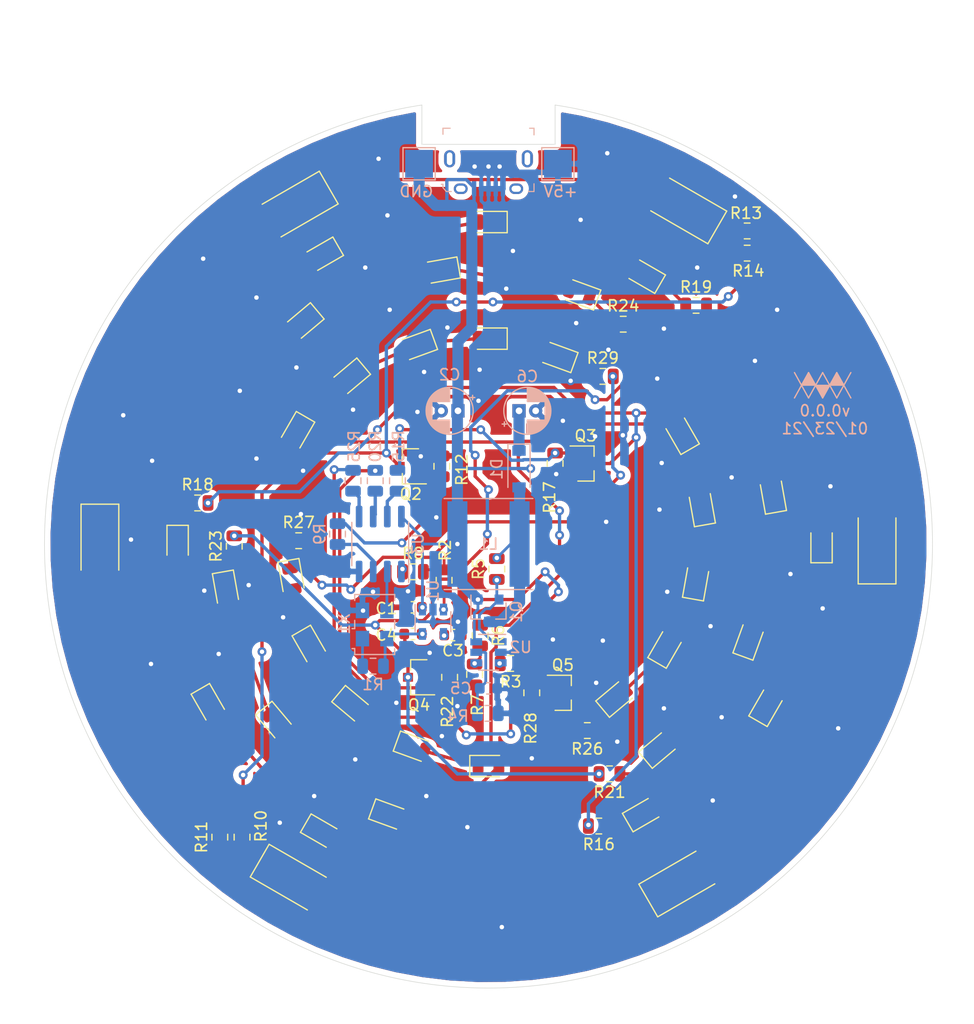
<source format=kicad_pcb>
(kicad_pcb (version 20171130) (host pcbnew "(5.1.6)-1")
  (layers (0 F.Cu signal) (31 B.Cu signal) (34 B.Paste user) (35 F.Paste user) (36 B.SilkS user) (37 F.SilkS user) (38 B.Mask user) (39 F.Mask user) (44 Edge.Cuts user))
  (net 0 "")
  (net 1 GND)
  (net 2 +5V)
  (net 3 "Net-(C3-Pad1)")
  (net 4 +3.3V)
  (net 5 "Net-(C5-Pad1)")
  (net 6 +12V)
  (net 7 "Net-(D2-Pad1)")
  (net 8 "Net-(D3-Pad1)")
  (net 9 "Net-(D4-Pad1)")
  (net 10 "Net-(D5-Pad1)")
  (net 11 "Net-(D6-Pad1)")
  (net 12 "Net-(D7-Pad1)")
  (net 13 "Net-(D8-Pad1)")
  (net 14 "Net-(D10-Pad2)")
  (net 15 "Net-(D10-Pad1)")
  (net 16 "Net-(D11-Pad1)")
  (net 17 "Net-(D12-Pad1)")
  (net 18 "Net-(D13-Pad1)")
  (net 19 "Net-(D14-Pad1)")
  (net 20 "Net-(D15-Pad1)")
  (net 21 "Net-(D16-Pad1)")
  (net 22 "Net-(D17-Pad1)")
  (net 23 "Net-(D18-Pad1)")
  (net 24 "Net-(D19-Pad1)")
  (net 25 "Net-(D20-Pad1)")
  (net 26 "Net-(D21-Pad1)")
  (net 27 "Net-(D22-Pad1)")
  (net 28 "Net-(D23-Pad1)")
  (net 29 "Net-(D24-Pad1)")
  (net 30 "Net-(D25-Pad1)")
  (net 31 "Net-(D26-Pad1)")
  (net 32 "Net-(D27-Pad1)")
  (net 33 "Net-(D28-Pad1)")
  (net 34 "Net-(D29-Pad1)")
  (net 35 "Net-(D30-Pad1)")
  (net 36 "Net-(D31-Pad1)")
  (net 37 "Net-(D32-Pad1)")
  (net 38 "Net-(D33-Pad1)")
  (net 39 "Net-(D34-Pad1)")
  (net 40 "Net-(D35-Pad1)")
  (net 41 "Net-(D36-Pad1)")
  (net 42 "Net-(D37-Pad1)")
  (net 43 "Net-(D38-Pad1)")
  (net 44 "Net-(D39-Pad1)")
  (net 45 "Net-(D40-Pad1)")
  (net 46 "Net-(Q1-Pad2)")
  (net 47 "Net-(Q2-Pad1)")
  (net 48 "Net-(Q3-Pad1)")
  (net 49 "Net-(Q4-Pad1)")
  (net 50 "Net-(Q5-Pad1)")
  (net 51 "Net-(R2-Pad1)")
  (net 52 "Net-(R3-Pad2)")
  (net 53 "Net-(R8-Pad1)")
  (net 54 W)
  (net 55 B)
  (net 56 G)
  (net 57 R)
  (net 58 B_INT)
  (net 59 VFB)
  (net 60 W_GND)
  (net 61 B_GND)
  (net 62 G_GND)
  (net 63 R_GND)
  (net 64 "Net-(R1-Pad1)")
  (net 65 20MHZ)
  (module Oscillator:Oscillator_SMD_TXC_7C-4Pin_5.0x3.2mm (layer B.Cu) (at 89.75 107.25 90)
    (fp_text reference X1 (at 0.05 -2.75 270) (layer B.SilkS) (effects (justify mirror)))
    (fp_text value SXO-53C3A071)
    (pad 1 smd rect (at -1.27 -1.1 90) (size 1.4 1.2) (layers B.Cu B.Paste B.Mask) (net 64 "Net-(R1-Pad1)"))
    (pad 2 smd rect (at 1.27 -1.1 90) (size 1.4 1.2) (layers B.Cu B.Paste B.Mask) (net 1 GND))
    (pad 3 smd rect (at 1.27 1.1 90) (size 1.4 1.2) (layers B.Cu B.Paste B.Mask) (net 65 20MHZ))
    (pad 4 smd rect (at -1.27 1.1 90) (size 1.4 1.2) (layers B.Cu B.Paste B.Mask) (net 4 +3.3V))
  )
  (module Package_TO_SOT_SMD:SOT-23-5 (layer B.Cu) (at 95 107 270)
    (fp_text reference U1 (at -2.8 0 90) (layer B.SilkS) (effects (justify mirror)))
    (fp_text value TC2014-3.3VxCTTR)
    (pad 5 smd rect (at 1.1 0.95 270) (size 1.06 0.65) (layers B.Cu B.Paste B.Mask) (net 4 +3.3V))
    (pad 4 smd rect (at 1.1 -0.95 270) (size 1.06 0.65) (layers B.Cu B.Paste B.Mask) (net 3 "Net-(C3-Pad1)"))
    (pad 3 smd rect (at -1.1 -0.95 270) (size 1.06 0.65) (layers B.Cu B.Paste B.Mask) (net 51 "Net-(R2-Pad1)"))
    (pad 2 smd rect (at -1.1 0 270) (size 1.06 0.65) (layers B.Cu B.Paste B.Mask) (net 1 GND))
    (pad 1 smd rect (at -1.1 0.95 270) (size 1.06 0.65) (layers B.Cu B.Paste B.Mask) (net 2 +5V))
  )
  (module Resistor_SMD:R_0805_2012Metric (layer F.Cu) (at 96 103.2625 90)
    (fp_text reference R2 (at 2.7 0.1 90) (layer F.SilkS))
    (fp_text value 10kR)
    (pad 2 smd roundrect (at 0.9375 0 90) (size 0.975 1.4) (layers F.Cu F.Paste F.Mask) (net 2 +5V))
    (pad 1 smd roundrect (at -0.9375 0 90) (size 0.975 1.4) (layers F.Cu F.Paste F.Mask) (net 51 "Net-(R2-Pad1)"))
  )
  (module Resistor_SMD:R_0805_2012Metric (layer B.Cu) (at 89.6 111)
    (fp_text reference R1 (at 0 1.65) (layer B.SilkS) (effects (justify mirror)))
    (fp_text value 10kR)
    (pad 2 smd roundrect (at 0.9375 0) (size 0.975 1.4) (layers B.Cu B.Paste B.Mask) (net 4 +3.3V))
    (pad 1 smd roundrect (at -0.9375 0) (size 0.975 1.4) (layers B.Cu B.Paste B.Mask) (net 64 "Net-(R1-Pad1)"))
  )
  (module Capacitor_SMD:C_0603_1608Metric (layer F.Cu) (at 93.2 108.1 180)
    (fp_text reference C4 (at 2.4 -0.1) (layer F.SilkS))
    (fp_text value 10kpF)
    (pad 2 smd roundrect (at 0.7875 0 180) (size 0.875 0.95) (layers F.Cu F.Paste F.Mask) (net 1 GND))
    (pad 1 smd roundrect (at -0.7875 0 180) (size 0.875 0.95) (layers F.Cu F.Paste F.Mask) (net 4 +3.3V))
  )
  (module Capacitor_SMD:C_0603_1608Metric (layer F.Cu) (at 96.8 108.2)
    (fp_text reference C3 (at 0 1.4) (layer F.SilkS))
    (fp_text value 10kpF)
    (pad 2 smd roundrect (at 0.7875 0) (size 0.875 0.95) (layers F.Cu F.Paste F.Mask) (net 1 GND))
    (pad 1 smd roundrect (at -0.7875 0) (size 0.875 0.95) (layers F.Cu F.Paste F.Mask) (net 3 "Net-(C3-Pad1)"))
  )
  (module Capacitor_SMD:C_0603_1608Metric (layer F.Cu) (at 93.2 105.7 180)
    (fp_text reference C1 (at 2.4 -0.1) (layer F.SilkS))
    (fp_text value 10kpF)
    (pad 2 smd roundrect (at 0.7875 0 180) (size 0.875 0.95) (layers F.Cu F.Paste F.Mask) (net 1 GND))
    (pad 1 smd roundrect (at -0.7875 0 180) (size 0.875 0.95) (layers F.Cu F.Paste F.Mask) (net 2 +5V))
  )
  (module Symbol:Logo_WM (layer B.Cu) (at 130.1 85.7)
    (fp_text reference REF** hide)
    (fp_text value Logo_WM)
  )
  (module Package_SO:SOIC-8_3.9x4.9mm_P1.27mm (layer B.Cu) (at 90.25 100 90)
    (fp_text reference U3 (at 0 3.4 90) (layer B.SilkS) (effects (justify mirror)))
    (fp_text value ATtiny13A-SSU)
    (pad 8 smd roundrect (at 2.475 1.905 90) (size 1.95 0.6) (layers B.Cu B.Paste B.Mask) (net 2 +5V))
    (pad 7 smd roundrect (at 2.475 0.635 90) (size 1.95 0.6) (layers B.Cu B.Paste B.Mask) (net 55 B))
    (pad 6 smd roundrect (at 2.475 -0.635 90) (size 1.95 0.6) (layers B.Cu B.Paste B.Mask) (net 56 G))
    (pad 5 smd roundrect (at 2.475 -1.905 90) (size 1.95 0.6) (layers B.Cu B.Paste B.Mask) (net 57 R))
    (pad 4 smd roundrect (at -2.475 -1.905 90) (size 1.95 0.6) (layers B.Cu B.Paste B.Mask) (net 1 GND))
    (pad 3 smd roundrect (at -2.475 -0.635 90) (size 1.95 0.6) (layers B.Cu B.Paste B.Mask) (net 54 W))
    (pad 2 smd roundrect (at -2.475 0.635 90) (size 1.95 0.6) (layers B.Cu B.Paste B.Mask) (net 65 20MHZ))
    (pad 1 smd roundrect (at -2.475 1.905 90) (size 1.95 0.6) (layers B.Cu B.Paste B.Mask) (net 53 "Net-(R8-Pad1)"))
  )
  (module Package_TO_SOT_SMD:SOT-23-6 (layer B.Cu) (at 100 109.75 180)
    (fp_text reference U2 (at -2.9 0.45) (layer B.SilkS) (effects (justify mirror)))
    (fp_text value MCP1640CH)
    (pad 5 smd rect (at 1.1 0 180) (size 1.06 0.65) (layers B.Cu B.Paste B.Mask) (net 5 "Net-(C5-Pad1)"))
    (pad 6 smd rect (at 1.1 0.95 180) (size 1.06 0.65) (layers B.Cu B.Paste B.Mask) (net 2 +5V))
    (pad 4 smd rect (at 1.1 -0.95 180) (size 1.06 0.65) (layers B.Cu B.Paste B.Mask) (net 59 VFB))
    (pad 3 smd rect (at -1.1 -0.95 180) (size 1.06 0.65) (layers B.Cu B.Paste B.Mask) (net 52 "Net-(R3-Pad2)"))
    (pad 2 smd rect (at -1.1 0 180) (size 1.06 0.65) (layers B.Cu B.Paste B.Mask) (net 1 GND))
    (pad 1 smd rect (at -1.1 0.95 180) (size 1.06 0.65) (layers B.Cu B.Paste B.Mask) (net 46 "Net-(Q1-Pad2)"))
  )
  (module TestPoint:TestPoint_Pad_2.5x2.5mm (layer B.Cu) (at 106.25 65.75)
    (fp_text reference TP2 hide)
    (fp_text value GND)
    (pad 1 smd rect (at 0 0) (size 2.5 2.5) (layers B.Cu B.Mask) (net 1 GND))
  )
  (module TestPoint:TestPoint_Pad_2.5x2.5mm (layer B.Cu) (at 93.75 65.75)
    (fp_text reference TP1 hide)
    (fp_text value +5V)
    (pad 1 smd rect (at 0 0) (size 2.5 2.5) (layers B.Cu B.Mask) (net 2 +5V))
  )
  (module Resistor_SMD:R_0805_2012Metric (layer F.Cu) (at 110.3 84.9)
    (fp_text reference R29 (at 0 -1.65) (layer F.SilkS))
    (fp_text value 100R)
    (pad 2 smd roundrect (at 0.9375 0) (size 0.975 1.4) (layers F.Cu F.Paste F.Mask) (net 63 R_GND))
    (pad 1 smd roundrect (at -0.9375 0) (size 0.975 1.4) (layers F.Cu F.Paste F.Mask) (net 45 "Net-(D40-Pad1)"))
  )
  (module Resistor_SMD:R_0805_2012Metric (layer F.Cu) (at 103.9 113.4 270)
    (fp_text reference R28 (at 3.2 0.1 90) (layer F.SilkS))
    (fp_text value 1MR)
    (pad 2 smd roundrect (at 0.9375 0 270) (size 0.975 1.4) (layers F.Cu F.Paste F.Mask) (net 1 GND))
    (pad 1 smd roundrect (at -0.9375 0 270) (size 0.975 1.4) (layers F.Cu F.Paste F.Mask) (net 50 "Net-(Q5-Pad1)"))
  )
  (module Resistor_SMD:R_0805_2012Metric (layer F.Cu) (at 82.9 99.7)
    (fp_text reference R27 (at 0 -1.65) (layer F.SilkS))
    (fp_text value 100R)
    (pad 2 smd roundrect (at 0.9375 0) (size 0.975 1.4) (layers F.Cu F.Paste F.Mask) (net 63 R_GND))
    (pad 1 smd roundrect (at -0.9375 0) (size 0.975 1.4) (layers F.Cu F.Paste F.Mask) (net 40 "Net-(D35-Pad1)"))
  )
  (module Resistor_SMD:R_0805_2012Metric (layer F.Cu) (at 108.9 116.8 180)
    (fp_text reference R26 (at 0 -1.65) (layer F.SilkS))
    (fp_text value 100R)
    (pad 2 smd roundrect (at 0.9375 0 180) (size 0.975 1.4) (layers F.Cu F.Paste F.Mask) (net 63 R_GND))
    (pad 1 smd roundrect (at -0.9375 0 180) (size 0.975 1.4) (layers F.Cu F.Paste F.Mask) (net 35 "Net-(D30-Pad1)"))
  )
  (module Resistor_SMD:R_0805_2012Metric (layer B.Cu) (at 87.8 94.3 90)
    (fp_text reference R25 (at 3.1 0.1 270) (layer B.SilkS) (effects (justify mirror)))
    (fp_text value 100R)
    (pad 2 smd roundrect (at 0.9375 0 90) (size 0.975 1.4) (layers B.Cu B.Paste B.Mask) (net 50 "Net-(Q5-Pad1)"))
    (pad 1 smd roundrect (at -0.9375 0 90) (size 0.975 1.4) (layers B.Cu B.Paste B.Mask) (net 57 R))
  )
  (module Resistor_SMD:R_0805_2012Metric (layer F.Cu) (at 112.1375 80.2)
    (fp_text reference R24 (at 0 -1.65) (layer F.SilkS))
    (fp_text value 300R)
    (pad 2 smd roundrect (at 0.9375 0) (size 0.975 1.4) (layers F.Cu F.Paste F.Mask) (net 62 G_GND))
    (pad 1 smd roundrect (at -0.9375 0) (size 0.975 1.4) (layers F.Cu F.Paste F.Mask) (net 30 "Net-(D25-Pad1)"))
  )
  (module Resistor_SMD:R_0805_2012Metric (layer F.Cu) (at 77.1 100.2 90)
    (fp_text reference R23 (at 0 -1.65 90) (layer F.SilkS))
    (fp_text value 300R)
    (pad 2 smd roundrect (at 0.9375 0 90) (size 0.975 1.4) (layers F.Cu F.Paste F.Mask) (net 62 G_GND))
    (pad 1 smd roundrect (at -0.9375 0 90) (size 0.975 1.4) (layers F.Cu F.Paste F.Mask) (net 27 "Net-(D22-Pad1)"))
  )
  (module Resistor_SMD:R_0805_2012Metric (layer F.Cu) (at 96.5 112 90)
    (fp_text reference R22 (at -3.1 -0.2 90) (layer F.SilkS))
    (fp_text value 1MR)
    (pad 2 smd roundrect (at 0.9375 0 90) (size 0.975 1.4) (layers F.Cu F.Paste F.Mask) (net 1 GND))
    (pad 1 smd roundrect (at -0.9375 0 90) (size 0.975 1.4) (layers F.Cu F.Paste F.Mask) (net 49 "Net-(Q4-Pad1)"))
  )
  (module Resistor_SMD:R_0805_2012Metric (layer F.Cu) (at 110.9 120.7 180)
    (fp_text reference R21 (at 0 -1.65) (layer F.SilkS))
    (fp_text value 300R)
    (pad 2 smd roundrect (at 0.9375 0 180) (size 0.975 1.4) (layers F.Cu F.Paste F.Mask) (net 62 G_GND))
    (pad 1 smd roundrect (at -0.9375 0 180) (size 0.975 1.4) (layers F.Cu F.Paste F.Mask) (net 24 "Net-(D19-Pad1)"))
  )
  (module Resistor_SMD:R_0805_2012Metric (layer B.Cu) (at 89.8 94.3 90)
    (fp_text reference R20 (at 3.1 0 270) (layer B.SilkS) (effects (justify mirror)))
    (fp_text value 100R)
    (pad 2 smd roundrect (at 0.9375 0 90) (size 0.975 1.4) (layers B.Cu B.Paste B.Mask) (net 49 "Net-(Q4-Pad1)"))
    (pad 1 smd roundrect (at -0.9375 0 90) (size 0.975 1.4) (layers B.Cu B.Paste B.Mask) (net 56 G))
  )
  (module Resistor_SMD:R_0805_2012Metric (layer F.Cu) (at 118.7 78.5)
    (fp_text reference R19 (at 0 -1.65) (layer F.SilkS))
    (fp_text value 220R)
    (pad 2 smd roundrect (at 0.9375 0) (size 0.975 1.4) (layers F.Cu F.Paste F.Mask) (net 61 B_GND))
    (pad 1 smd roundrect (at -0.9375 0) (size 0.975 1.4) (layers F.Cu F.Paste F.Mask) (net 21 "Net-(D16-Pad1)"))
  )
  (module Resistor_SMD:R_0805_2012Metric (layer F.Cu) (at 73.8 96.3)
    (fp_text reference R18 (at 0 -1.65) (layer F.SilkS))
    (fp_text value 220R)
    (pad 2 smd roundrect (at 0.9375 0) (size 0.975 1.4) (layers F.Cu F.Paste F.Mask) (net 61 B_GND))
    (pad 1 smd roundrect (at -0.9375 0) (size 0.975 1.4) (layers F.Cu F.Paste F.Mask) (net 18 "Net-(D13-Pad1)"))
  )
  (module Resistor_SMD:R_0805_2012Metric (layer F.Cu) (at 106 92.7375 270)
    (fp_text reference R17 (at 3.0625 0.5 90) (layer F.SilkS))
    (fp_text value 1MR)
    (pad 2 smd roundrect (at 0.9375 0 270) (size 0.975 1.4) (layers F.Cu F.Paste F.Mask) (net 1 GND))
    (pad 1 smd roundrect (at -0.9375 0 270) (size 0.975 1.4) (layers F.Cu F.Paste F.Mask) (net 48 "Net-(Q3-Pad1)"))
  )
  (module Resistor_SMD:R_0805_2012Metric (layer F.Cu) (at 109.9375 125.4 180)
    (fp_text reference R16 (at 0 -1.65) (layer F.SilkS))
    (fp_text value 220R)
    (pad 2 smd roundrect (at 0.9375 0 180) (size 0.975 1.4) (layers F.Cu F.Paste F.Mask) (net 61 B_GND))
    (pad 1 smd roundrect (at -0.9375 0 180) (size 0.975 1.4) (layers F.Cu F.Paste F.Mask) (net 15 "Net-(D10-Pad1)"))
  )
  (module Resistor_SMD:R_0805_2012Metric (layer B.Cu) (at 91.8 94.3 90)
    (fp_text reference R15 (at 3.1 0.1 90) (layer B.SilkS) (effects (justify mirror)))
    (fp_text value 100R)
    (pad 2 smd roundrect (at 0.9375 0 90) (size 0.975 1.4) (layers B.Cu B.Paste B.Mask) (net 48 "Net-(Q3-Pad1)"))
    (pad 1 smd roundrect (at -0.9375 0 90) (size 0.975 1.4) (layers B.Cu B.Paste B.Mask) (net 55 B))
  )
  (module Resistor_SMD:R_0805_2012Metric (layer F.Cu) (at 123.3 73.8)
    (fp_text reference R14 (at 0.1 1.6) (layer F.SilkS))
    (fp_text value 100R)
    (pad 2 smd roundrect (at 0.9375 0) (size 0.975 1.4) (layers F.Cu F.Paste F.Mask) (net 60 W_GND))
    (pad 1 smd roundrect (at -0.9375 0) (size 0.975 1.4) (layers F.Cu F.Paste F.Mask) (net 12 "Net-(D7-Pad1)"))
  )
  (module Resistor_SMD:R_0805_2012Metric (layer F.Cu) (at 123.3 71.8)
    (fp_text reference R13 (at -0.1 -1.6) (layer F.SilkS))
    (fp_text value 100R)
    (pad 2 smd roundrect (at 0.9375 0) (size 0.975 1.4) (layers F.Cu F.Paste F.Mask) (net 60 W_GND))
    (pad 1 smd roundrect (at -0.9375 0) (size 0.975 1.4) (layers F.Cu F.Paste F.Mask) (net 12 "Net-(D7-Pad1)"))
  )
  (module Resistor_SMD:R_0805_2012Metric (layer F.Cu) (at 95.8 93 90)
    (fp_text reference R12 (at -0.3 1.8 90) (layer F.SilkS))
    (fp_text value 1MR)
    (pad 2 smd roundrect (at 0.9375 0 90) (size 0.975 1.4) (layers F.Cu F.Paste F.Mask) (net 1 GND))
    (pad 1 smd roundrect (at -0.9375 0 90) (size 0.975 1.4) (layers F.Cu F.Paste F.Mask) (net 47 "Net-(Q2-Pad1)"))
  )
  (module Resistor_SMD:R_0805_2012Metric (layer F.Cu) (at 75.8 126.4 90)
    (fp_text reference R11 (at 0 -1.65 90) (layer F.SilkS))
    (fp_text value 100R)
    (pad 2 smd roundrect (at 0.9375 0 90) (size 0.975 1.4) (layers F.Cu F.Paste F.Mask) (net 60 W_GND))
    (pad 1 smd roundrect (at -0.9375 0 90) (size 0.975 1.4) (layers F.Cu F.Paste F.Mask) (net 9 "Net-(D4-Pad1)"))
  )
  (module Resistor_SMD:R_0805_2012Metric (layer F.Cu) (at 77.8 126.4 90)
    (fp_text reference R10 (at 1 1.7 90) (layer F.SilkS))
    (fp_text value 100R)
    (pad 2 smd roundrect (at 0.9375 0 90) (size 0.975 1.4) (layers F.Cu F.Paste F.Mask) (net 60 W_GND))
    (pad 1 smd roundrect (at -0.9375 0 90) (size 0.975 1.4) (layers F.Cu F.Paste F.Mask) (net 9 "Net-(D4-Pad1)"))
  )
  (module Resistor_SMD:R_0805_2012Metric (layer B.Cu) (at 86.4 99.1 90)
    (fp_text reference R9 (at 0 -1.6 90) (layer B.SilkS) (effects (justify mirror)))
    (fp_text value 100R)
    (pad 2 smd roundrect (at 0.9375 0 90) (size 0.975 1.4) (layers B.Cu B.Paste B.Mask) (net 47 "Net-(Q2-Pad1)"))
    (pad 1 smd roundrect (at -0.9375 0 90) (size 0.975 1.4) (layers B.Cu B.Paste B.Mask) (net 54 W))
  )
  (module Resistor_SMD:R_0805_2012Metric (layer F.Cu) (at 93.2 102.5)
    (fp_text reference R8 (at 0 -1.65) (layer F.SilkS))
    (fp_text value 10kR)
    (pad 2 smd roundrect (at 0.9375 0) (size 0.975 1.4) (layers F.Cu F.Paste F.Mask) (net 2 +5V))
    (pad 1 smd roundrect (at -0.9375 0) (size 0.975 1.4) (layers F.Cu F.Paste F.Mask) (net 53 "Net-(R8-Pad1)"))
  )
  (module Resistor_SMD:R_0805_2012Metric (layer F.Cu) (at 98.75 111.75 270)
    (fp_text reference R7 (at 2.75 -0.25 90) (layer F.SilkS))
    (fp_text value 200kR)
    (pad 2 smd roundrect (at 0.9375 0 270) (size 0.975 1.4) (layers F.Cu F.Paste F.Mask) (net 1 GND))
    (pad 1 smd roundrect (at -0.9375 0 270) (size 0.975 1.4) (layers F.Cu F.Paste F.Mask) (net 59 VFB))
  )
  (module Resistor_SMD:R_0805_2012Metric (layer F.Cu) (at 99.25 108.25 270)
    (fp_text reference R6 (at 0 -1.65 90) (layer F.SilkS))
    (fp_text value 1.6MR)
    (pad 2 smd roundrect (at 0.9375 0 270) (size 0.975 1.4) (layers F.Cu F.Paste F.Mask) (net 59 VFB))
    (pad 1 smd roundrect (at -0.9375 0 270) (size 0.975 1.4) (layers F.Cu F.Paste F.Mask) (net 6 +12V))
  )
  (module Resistor_SMD:R_0805_2012Metric (layer F.Cu) (at 100.75 102.25 90)
    (fp_text reference R5 (at 0 -1.65 90) (layer F.SilkS))
    (fp_text value 300R)
    (pad 2 smd roundrect (at 0.9375 0 90) (size 0.975 1.4) (layers F.Cu F.Paste F.Mask) (net 58 B_INT))
    (pad 1 smd roundrect (at -0.9375 0 90) (size 0.975 1.4) (layers F.Cu F.Paste F.Mask) (net 46 "Net-(Q1-Pad2)"))
  )
  (module Resistor_SMD:R_0805_2012Metric (layer B.Cu) (at 99.9375 115.25)
    (fp_text reference R4 (at -2.6875 0.25) (layer B.SilkS) (effects (justify mirror)))
    (fp_text value 100kR)
    (pad 2 smd roundrect (at 0.9375 0) (size 0.975 1.4) (layers B.Cu B.Paste B.Mask) (net 1 GND))
    (pad 1 smd roundrect (at -0.9375 0) (size 0.975 1.4) (layers B.Cu B.Paste B.Mask) (net 5 "Net-(C5-Pad1)"))
  )
  (module Resistor_SMD:R_0805_2012Metric (layer F.Cu) (at 102 110.75 180)
    (fp_text reference R3 (at 0 -1.65) (layer F.SilkS))
    (fp_text value 10kR)
    (pad 2 smd roundrect (at 0.9375 0 180) (size 0.975 1.4) (layers F.Cu F.Paste F.Mask) (net 52 "Net-(R3-Pad2)"))
    (pad 1 smd roundrect (at -0.9375 0 180) (size 0.975 1.4) (layers F.Cu F.Paste F.Mask) (net 2 +5V))
  )
  (module Package_TO_SOT_SMD:SOT-23 (layer F.Cu) (at 106.7 113.4)
    (fp_text reference Q5 (at 0 -2.5) (layer F.SilkS))
    (fp_text value DMG2302U)
    (pad 3 smd rect (at 1 0) (size 0.9 0.8) (layers F.Cu F.Paste F.Mask) (net 63 R_GND))
    (pad 2 smd rect (at -1 0.95) (size 0.9 0.8) (layers F.Cu F.Paste F.Mask) (net 1 GND))
    (pad 1 smd rect (at -1 -0.95) (size 0.9 0.8) (layers F.Cu F.Paste F.Mask) (net 50 "Net-(Q5-Pad1)"))
  )
  (module Package_TO_SOT_SMD:SOT-23 (layer F.Cu) (at 93.75 112 180)
    (fp_text reference Q4 (at 0 -2.5) (layer F.SilkS))
    (fp_text value DMG2302U)
    (pad 3 smd rect (at 1 0 180) (size 0.9 0.8) (layers F.Cu F.Paste F.Mask) (net 62 G_GND))
    (pad 2 smd rect (at -1 0.95 180) (size 0.9 0.8) (layers F.Cu F.Paste F.Mask) (net 1 GND))
    (pad 1 smd rect (at -1 -0.95 180) (size 0.9 0.8) (layers F.Cu F.Paste F.Mask) (net 49 "Net-(Q4-Pad1)"))
  )
  (module Package_TO_SOT_SMD:SOT-23 (layer F.Cu) (at 108.75 92.75)
    (fp_text reference Q3 (at 0 -2.5) (layer F.SilkS))
    (fp_text value DMG2302U)
    (pad 3 smd rect (at 1 0) (size 0.9 0.8) (layers F.Cu F.Paste F.Mask) (net 61 B_GND))
    (pad 2 smd rect (at -1 0.95) (size 0.9 0.8) (layers F.Cu F.Paste F.Mask) (net 1 GND))
    (pad 1 smd rect (at -1 -0.95) (size 0.9 0.8) (layers F.Cu F.Paste F.Mask) (net 48 "Net-(Q3-Pad1)"))
  )
  (module Package_TO_SOT_SMD:SOT-23 (layer F.Cu) (at 93 93 180)
    (fp_text reference Q2 (at 0 -2.5) (layer F.SilkS))
    (fp_text value DMG2302U)
    (pad 3 smd rect (at 1 0 180) (size 0.9 0.8) (layers F.Cu F.Paste F.Mask) (net 60 W_GND))
    (pad 2 smd rect (at -1 0.95 180) (size 0.9 0.8) (layers F.Cu F.Paste F.Mask) (net 1 GND))
    (pad 1 smd rect (at -1 -0.95 180) (size 0.9 0.8) (layers F.Cu F.Paste F.Mask) (net 47 "Net-(Q2-Pad1)"))
  )
  (module Package_TO_SOT_SMD:SOT-23 (layer B.Cu) (at 100 106 270)
    (fp_text reference Q1 (at 0.1 -2.5 90) (layer B.SilkS) (effects (justify mirror)))
    (fp_text value DMG2302U)
    (pad 3 smd rect (at 1 0 270) (size 0.9 0.8) (layers B.Cu B.Paste B.Mask) (net 58 B_INT))
    (pad 2 smd rect (at -1 -0.95 270) (size 0.9 0.8) (layers B.Cu B.Paste B.Mask) (net 46 "Net-(Q1-Pad2)"))
    (pad 1 smd rect (at -1 0.95 270) (size 0.9 0.8) (layers B.Cu B.Paste B.Mask) (net 2 +5V))
  )
  (module Inductor_SMD:L_Taiyo-Yuden_NR-80xx (layer B.Cu) (at 100 100)
    (fp_text reference L1 (at 0 0) (layer B.SilkS) (effects (justify mirror)))
    (fp_text value ASPI-8040S-620M)
    (pad 2 smd rect (at 2.8 0) (size 1.8 7.7) (layers B.Cu B.Paste B.Mask) (net 58 B_INT))
    (pad 1 smd rect (at -2.8 0) (size 1.8 7.7) (layers B.Cu B.Paste B.Mask) (net 2 +5V))
  )
  (module digikey-footprints:USB_Micro_B_Female_10118194-0001LF (layer B.Cu) (at 100 68)
    (fp_text reference J1 hide)
    (fp_text value USB_B_Micro)
    (pad SH thru_hole oval (at 3.5 -2.7) (size 1 1.55) (drill oval 0.5 1.15) (layers *.Cu *.Mask))
    (pad SH thru_hole oval (at -3.5 -2.7) (size 1 1.55) (drill oval 0.5 1.15) (layers *.Cu *.Mask))
    (pad SH thru_hole oval (at -2.5 0) (size 1.25 0.95) (drill oval 0.85 0.55) (layers *.Cu *.Mask))
    (pad SH thru_hole oval (at 2.5 0) (size 1.25 0.95) (drill oval 0.85 0.55) (layers *.Cu *.Mask))
    (pad 1 smd rect (at -1.3 0) (size 0.4 1.35) (layers B.Cu B.Paste B.Mask) (net 2 +5V))
    (pad 2 smd rect (at -0.65 0) (size 0.4 1.35) (layers B.Cu B.Paste B.Mask) (net 1 GND))
    (pad 5 smd rect (at 1.3 0) (size 0.4 1.35) (layers B.Cu B.Paste B.Mask) (net 1 GND))
    (pad 4 smd rect (at 0.65 0) (size 0.4 1.35) (layers B.Cu B.Paste B.Mask) (net 1 GND))
    (pad 3 smd rect (at 0 0) (size 0.4 1.35) (layers B.Cu B.Paste B.Mask) (net 1 GND))
  )
  (module LED_SMD:LED_0805_2012Metric (layer F.Cu) (at 106.156362 83.085532 160)
    (fp_text reference D40 hide)
    (fp_text value RED_2.1v)
    (pad 2 smd roundrect (at 0.9375 0 160) (size 0.975 1.4) (layers F.Cu F.Paste F.Mask) (net 44 "Net-(D39-Pad1)"))
    (pad 1 smd roundrect (at -0.9375 0 160) (size 0.975 1.4) (layers F.Cu F.Paste F.Mask) (net 45 "Net-(D40-Pad1)"))
  )
  (module LED_SMD:LED_0805_2012Metric (layer F.Cu) (at 100 81.5 180)
    (fp_text reference D39 hide)
    (fp_text value RED_2.1v)
    (pad 2 smd roundrect (at 0.9375 0 180) (size 0.975 1.4) (layers F.Cu F.Paste F.Mask) (net 43 "Net-(D38-Pad1)"))
    (pad 1 smd roundrect (at -0.9375 0 180) (size 0.975 1.4) (layers F.Cu F.Paste F.Mask) (net 44 "Net-(D39-Pad1)"))
  )
  (module LED_SMD:LED_0805_2012Metric (layer F.Cu) (at 93.501617 82.14584 200)
    (fp_text reference D38 hide)
    (fp_text value RED_2.1v)
    (pad 2 smd roundrect (at 0.9375 0 200) (size 0.975 1.4) (layers F.Cu F.Paste F.Mask) (net 42 "Net-(D37-Pad1)"))
    (pad 1 smd roundrect (at -0.9375 0 200) (size 0.975 1.4) (layers F.Cu F.Paste F.Mask) (net 43 "Net-(D38-Pad1)"))
  )
  (module LED_SMD:LED_0805_2012Metric (layer F.Cu) (at 87.465641 85.062133 220)
    (fp_text reference D37 hide)
    (fp_text value RED_2.1v)
    (pad 2 smd roundrect (at 0.9375 0 220) (size 0.975 1.4) (layers F.Cu F.Paste F.Mask) (net 41 "Net-(D36-Pad1)"))
    (pad 1 smd roundrect (at -0.9375 0 220) (size 0.975 1.4) (layers F.Cu F.Paste F.Mask) (net 42 "Net-(D37-Pad1)"))
  )
  (module LED_SMD:LED_0805_2012Metric (layer F.Cu) (at 82.679491 90 240)
    (fp_text reference D36 hide)
    (fp_text value RED_2.1v)
    (pad 2 smd roundrect (at 0.9375 0 240) (size 0.975 1.4) (layers F.Cu F.Paste F.Mask) (net 6 +12V))
    (pad 1 smd roundrect (at -0.9375 0 240) (size 0.975 1.4) (layers F.Cu F.Paste F.Mask) (net 41 "Net-(D36-Pad1)"))
  )
  (module LED_SMD:LED_0805_2012Metric (layer F.Cu) (at 82.27346 103.125667 280)
    (fp_text reference D35 hide)
    (fp_text value RED_2.1v)
    (pad 2 smd roundrect (at 0.9375 0 280) (size 0.975 1.4) (layers F.Cu F.Paste F.Mask) (net 39 "Net-(D34-Pad1)"))
    (pad 1 smd roundrect (at -0.9375 0 280) (size 0.975 1.4) (layers F.Cu F.Paste F.Mask) (net 40 "Net-(D35-Pad1)"))
  )
  (module LED_SMD:LED_0805_2012Metric (layer F.Cu) (at 83.97853 109.25 300)
    (fp_text reference D34 hide)
    (fp_text value RED_2.1v)
    (pad 2 smd roundrect (at 0.9375 0 300) (size 0.975 1.4) (layers F.Cu F.Paste F.Mask) (net 38 "Net-(D33-Pad1)"))
    (pad 1 smd roundrect (at -0.9375 0 300) (size 0.975 1.4) (layers F.Cu F.Paste F.Mask) (net 39 "Net-(D34-Pad1)"))
  )
  (module LED_SMD:LED_0805_2012Metric (layer F.Cu) (at 87.787035 114.554844 320)
    (fp_text reference D33 hide)
    (fp_text value RED_2.1v)
    (pad 2 smd roundrect (at 0.9375 0 320) (size 0.975 1.4) (layers F.Cu F.Paste F.Mask) (net 37 "Net-(D32-Pad1)"))
    (pad 1 smd roundrect (at -0.9375 0 320) (size 0.975 1.4) (layers F.Cu F.Paste F.Mask) (net 38 "Net-(D33-Pad1)"))
  )
  (module LED_SMD:LED_0805_2012Metric (layer F.Cu) (at 93.330607 118.324006 340)
    (fp_text reference D32 hide)
    (fp_text value RED_2.1v)
    (pad 2 smd roundrect (at 0.9375 0 340) (size 0.975 1.4) (layers F.Cu F.Paste F.Mask) (net 36 "Net-(D31-Pad1)"))
    (pad 1 smd roundrect (at -0.9375 0 340) (size 0.975 1.4) (layers F.Cu F.Paste F.Mask) (net 37 "Net-(D32-Pad1)"))
  )
  (module LED_SMD:LED_0805_2012Metric (layer F.Cu) (at 100 120)
    (fp_text reference D31 hide)
    (fp_text value RED_2.1v)
    (pad 2 smd roundrect (at 0.9375 0) (size 0.975 1.4) (layers F.Cu F.Paste F.Mask) (net 6 +12V))
    (pad 1 smd roundrect (at -0.9375 0) (size 0.975 1.4) (layers F.Cu F.Paste F.Mask) (net 36 "Net-(D31-Pad1)"))
  )
  (module LED_SMD:LED_0805_2012Metric (layer F.Cu) (at 111.570176 113.788799 40)
    (fp_text reference D30 hide)
    (fp_text value RED_2.1v)
    (pad 2 smd roundrect (at 0.9375 0 40) (size 0.975 1.4) (layers F.Cu F.Paste F.Mask) (net 34 "Net-(D29-Pad1)"))
    (pad 1 smd roundrect (at -0.9375 0 40) (size 0.975 1.4) (layers F.Cu F.Paste F.Mask) (net 35 "Net-(D30-Pad1)"))
  )
  (module LED_SMD:LED_0805_2012Metric (layer F.Cu) (at 116.021469 109.25 60)
    (fp_text reference D29 hide)
    (fp_text value RED_2.1v)
    (pad 2 smd roundrect (at 0.9375 0 60) (size 0.975 1.4) (layers F.Cu F.Paste F.Mask) (net 33 "Net-(D28-Pad1)"))
    (pad 1 smd roundrect (at -0.9375 0 60) (size 0.975 1.4) (layers F.Cu F.Paste F.Mask) (net 34 "Net-(D29-Pad1)"))
  )
  (module LED_SMD:LED_0805_2012Metric (layer F.Cu) (at 118.711347 103.299315 80)
    (fp_text reference D28 hide)
    (fp_text value RED_2.1v)
    (pad 2 smd roundrect (at 0.9375 0 80) (size 0.975 1.4) (layers F.Cu F.Paste F.Mask) (net 32 "Net-(D27-Pad1)"))
    (pad 1 smd roundrect (at -0.9375 0 80) (size 0.975 1.4) (layers F.Cu F.Paste F.Mask) (net 33 "Net-(D28-Pad1)"))
  )
  (module LED_SMD:LED_0805_2012Metric (layer F.Cu) (at 119.203751 96.61386 100)
    (fp_text reference D27 hide)
    (fp_text value RED_2.1v)
    (pad 2 smd roundrect (at 0.9375 0 100) (size 0.975 1.4) (layers F.Cu F.Paste F.Mask) (net 31 "Net-(D26-Pad1)"))
    (pad 1 smd roundrect (at -0.9375 0 100) (size 0.975 1.4) (layers F.Cu F.Paste F.Mask) (net 32 "Net-(D27-Pad1)"))
  )
  (module LED_SMD:LED_0805_2012Metric (layer F.Cu) (at 117.320508 89.999999 120)
    (fp_text reference D26 hide)
    (fp_text value RED_2.1v)
    (pad 2 smd roundrect (at 0.9375 0 120) (size 0.975 1.4) (layers F.Cu F.Paste F.Mask) (net 6 +12V))
    (pad 1 smd roundrect (at -0.9375 0 120) (size 0.975 1.4) (layers F.Cu F.Paste F.Mask) (net 31 "Net-(D26-Pad1)"))
  )
  (module LED_SMD:LED_0805_2012Metric (layer F.Cu) (at 108.208483 77.447377 160)
    (fp_text reference D25 hide)
    (fp_text value GRN_3.1v)
    (pad 2 smd roundrect (at 0.9375 0 160) (size 0.975 1.4) (layers F.Cu F.Paste F.Mask) (net 29 "Net-(D24-Pad1)"))
    (pad 1 smd roundrect (at -0.9375 0 160) (size 0.975 1.4) (layers F.Cu F.Paste F.Mask) (net 30 "Net-(D25-Pad1)"))
  )
  (module LED_SMD:LED_0805_2012Metric (layer F.Cu) (at 95.658795 75.379806 190)
    (fp_text reference D24 hide)
    (fp_text value GRN_3.1v)
    (pad 2 smd roundrect (at 0.9375 0 190) (size 0.975 1.4) (layers F.Cu F.Paste F.Mask) (net 28 "Net-(D23-Pad1)"))
    (pad 1 smd roundrect (at -0.9375 0 190) (size 0.975 1.4) (layers F.Cu F.Paste F.Mask) (net 29 "Net-(D24-Pad1)"))
  )
  (module LED_SMD:LED_0805_2012Metric (layer F.Cu) (at 83.287522 80.082844 220)
    (fp_text reference D23 hide)
    (fp_text value GRN_3.1v)
    (pad 2 smd roundrect (at 0.9375 0 220) (size 0.975 1.4) (layers F.Cu F.Paste F.Mask) (net 6 +12V))
    (pad 1 smd roundrect (at -0.9375 0 220) (size 0.975 1.4) (layers F.Cu F.Paste F.Mask) (net 28 "Net-(D23-Pad1)"))
  )
  (module LED_SMD:LED_0805_2012Metric (layer F.Cu) (at 76.364613 104.167556 280)
    (fp_text reference D22 hide)
    (fp_text value GRN_3.1v)
    (pad 2 smd roundrect (at 0.9375 0 280) (size 0.975 1.4) (layers F.Cu F.Paste F.Mask) (net 26 "Net-(D21-Pad1)"))
    (pad 1 smd roundrect (at -0.9375 0 280) (size 0.975 1.4) (layers F.Cu F.Paste F.Mask) (net 27 "Net-(D22-Pad1)"))
  )
  (module LED_SMD:LED_0805_2012Metric (layer F.Cu) (at 80.848888 116.06969 310)
    (fp_text reference D21 hide)
    (fp_text value GRN_3.1v)
    (pad 2 smd roundrect (at 0.9375 0 310) (size 0.975 1.4) (layers F.Cu F.Paste F.Mask) (net 25 "Net-(D20-Pad1)"))
    (pad 1 smd roundrect (at -0.9375 0 310) (size 0.975 1.4) (layers F.Cu F.Paste F.Mask) (net 26 "Net-(D21-Pad1)"))
  )
  (module LED_SMD:LED_0805_2012Metric (layer F.Cu) (at 91.107476 124.432008 340)
    (fp_text reference D20 hide)
    (fp_text value GRN_3.1v)
    (pad 2 smd roundrect (at 0.9375 0 340) (size 0.975 1.4) (layers F.Cu F.Paste F.Mask) (net 6 +12V))
    (pad 1 smd roundrect (at -0.9375 0 340) (size 0.975 1.4) (layers F.Cu F.Paste F.Mask) (net 25 "Net-(D20-Pad1)"))
  )
  (module LED_SMD:LED_0805_2012Metric (layer F.Cu) (at 115.426902 118.385066 40)
    (fp_text reference D19 hide)
    (fp_text value GRN_3.1v)
    (pad 2 smd roundrect (at 0.9375 0 40) (size 0.975 1.4) (layers F.Cu F.Paste F.Mask) (net 23 "Net-(D18-Pad1)"))
    (pad 1 smd roundrect (at -0.9375 0 40) (size 0.975 1.4) (layers F.Cu F.Paste F.Mask) (net 24 "Net-(D19-Pad1)"))
  )
  (module LED_SMD:LED_0805_2012Metric (layer F.Cu) (at 123.492315 108.550503 70)
    (fp_text reference D18 hide)
    (fp_text value GRN_3.1v)
    (pad 2 smd roundrect (at 0.9375 0 70) (size 0.975 1.4) (layers F.Cu F.Paste F.Mask) (net 22 "Net-(D17-Pad1)"))
    (pad 1 smd roundrect (at -0.9375 0 70) (size 0.975 1.4) (layers F.Cu F.Paste F.Mask) (net 23 "Net-(D18-Pad1)"))
  )
  (module LED_SMD:LED_0805_2012Metric (layer F.Cu) (at 125.605001 95.485147 100)
    (fp_text reference D17 hide)
    (fp_text value GRN_3.1v)
    (pad 2 smd roundrect (at 0.9375 0 100) (size 0.975 1.4) (layers F.Cu F.Paste F.Mask) (net 6 +12V))
    (pad 1 smd roundrect (at -0.9375 0 100) (size 0.975 1.4) (layers F.Cu F.Paste F.Mask) (net 22 "Net-(D17-Pad1)"))
  )
  (module LED_SMD:LED_0805_2012Metric (layer F.Cu) (at 114 75.751288 150)
    (fp_text reference D16 hide)
    (fp_text value BLU_3.2v)
    (pad 2 smd roundrect (at 0.9375 0 150) (size 0.975 1.4) (layers F.Cu F.Paste F.Mask) (net 20 "Net-(D15-Pad1)"))
    (pad 1 smd roundrect (at -0.9375 0 150) (size 0.975 1.4) (layers F.Cu F.Paste F.Mask) (net 21 "Net-(D16-Pad1)"))
  )
  (module LED_SMD:LED_0805_2012Metric (layer F.Cu) (at 100 71 180)
    (fp_text reference D15 hide)
    (fp_text value BLU_3.2v)
    (pad 2 smd roundrect (at 0.9375 0 180) (size 0.975 1.4) (layers F.Cu F.Paste F.Mask) (net 19 "Net-(D14-Pad1)"))
    (pad 1 smd roundrect (at -0.9375 0 180) (size 0.975 1.4) (layers F.Cu F.Paste F.Mask) (net 20 "Net-(D15-Pad1)"))
  )
  (module LED_SMD:LED_0805_2012Metric (layer F.Cu) (at 84.999999 74.019237 210)
    (fp_text reference D14 hide)
    (fp_text value BLU_3.2v)
    (pad 2 smd roundrect (at 0.9375 0 210) (size 0.975 1.4) (layers F.Cu F.Paste F.Mask) (net 6 +12V))
    (pad 1 smd roundrect (at -0.9375 0 210) (size 0.975 1.4) (layers F.Cu F.Paste F.Mask) (net 19 "Net-(D14-Pad1)"))
  )
  (module LED_SMD:LED_0805_2012Metric (layer F.Cu) (at 72 100 270)
    (fp_text reference D13 hide)
    (fp_text value BLU_3.2v)
    (pad 2 smd roundrect (at 0.9375 0 270) (size 0.975 1.4) (layers F.Cu F.Paste F.Mask) (net 17 "Net-(D12-Pad1)"))
    (pad 1 smd roundrect (at -0.9375 0 270) (size 0.975 1.4) (layers F.Cu F.Paste F.Mask) (net 18 "Net-(D13-Pad1)"))
  )
  (module LED_SMD:LED_0805_2012Metric (layer F.Cu) (at 74.885263 114.5 300)
    (fp_text reference D12 hide)
    (fp_text value BLU_3.2v)
    (pad 2 smd roundrect (at 0.9375 0 300) (size 0.975 1.4) (layers F.Cu F.Paste F.Mask) (net 16 "Net-(D11-Pad1)"))
    (pad 1 smd roundrect (at -0.9375 0 300) (size 0.975 1.4) (layers F.Cu F.Paste F.Mask) (net 17 "Net-(D12-Pad1)"))
  )
  (module LED_SMD:LED_0805_2012Metric (layer F.Cu) (at 85 125.980762 330)
    (fp_text reference D11 hide)
    (fp_text value BLU_3.2v)
    (pad 2 smd roundrect (at 0.9375 0 330) (size 0.975 1.4) (layers F.Cu F.Paste F.Mask) (net 6 +12V))
    (pad 1 smd roundrect (at -0.9375 0 330) (size 0.975 1.4) (layers F.Cu F.Paste F.Mask) (net 16 "Net-(D11-Pad1)"))
  )
  (module LED_SMD:LED_0805_2012Metric (layer F.Cu) (at 114 124.248711 30)
    (fp_text reference D10 hide)
    (fp_text value BLU_3.2v)
    (pad 2 smd roundrect (at 0.9375 0 30) (size 0.975 1.4) (layers F.Cu F.Paste F.Mask) (net 14 "Net-(D10-Pad2)"))
    (pad 1 smd roundrect (at -0.9375 0 30) (size 0.975 1.4) (layers F.Cu F.Paste F.Mask) (net 15 "Net-(D10-Pad1)"))
  )
  (module LED_SMD:LED_0805_2012Metric (layer F.Cu) (at 125.114736 114.5 60)
    (fp_text reference D9 hide)
    (fp_text value BLU_3.2v)
    (pad 2 smd roundrect (at 0.9375 0 60) (size 0.975 1.4) (layers F.Cu F.Paste F.Mask) (net 13 "Net-(D8-Pad1)"))
    (pad 1 smd roundrect (at -0.9375 0 60) (size 0.975 1.4) (layers F.Cu F.Paste F.Mask) (net 14 "Net-(D10-Pad2)"))
  )
  (module LED_SMD:LED_0805_2012Metric (layer F.Cu) (at 130 100 90)
    (fp_text reference D8 hide)
    (fp_text value BLU_3.2v)
    (pad 2 smd roundrect (at 0.9375 0 90) (size 0.975 1.4) (layers F.Cu F.Paste F.Mask) (net 6 +12V))
    (pad 1 smd roundrect (at -0.9375 0 90) (size 0.975 1.4) (layers F.Cu F.Paste F.Mask) (net 13 "Net-(D8-Pad1)"))
  )
  (module LED_SMD:LED_Yuji_5730 (layer F.Cu) (at 117.5 69.68911 150)
    (fp_text reference D7 hide)
    (fp_text value WMWH_3.2v)
    (pad 2 smd rect (at 0.35 0 150) (size 2.5 1.7) (layers F.Cu F.Paste F.Mask) (net 11 "Net-(D6-Pad1)"))
    (pad 2 smd rect (at 2.85 0 150) (size 1.1 1.7) (layers F.Cu F.Paste F.Mask) (net 11 "Net-(D6-Pad1)"))
    (pad 1 smd rect (at -2.85 0 150) (size 1.1 1.7) (layers F.Cu F.Paste F.Mask) (net 12 "Net-(D7-Pad1)"))
  )
  (module LED_SMD:LED_Yuji_5730 (layer F.Cu) (at 82.499999 69.68911 210)
    (fp_text reference D6 hide)
    (fp_text value WMWH_3.2v)
    (pad 2 smd rect (at 0.35 0 210) (size 2.5 1.7) (layers F.Cu F.Paste F.Mask) (net 10 "Net-(D5-Pad1)"))
    (pad 2 smd rect (at 2.85 0 210) (size 1.1 1.7) (layers F.Cu F.Paste F.Mask) (net 10 "Net-(D5-Pad1)"))
    (pad 1 smd rect (at -2.85 0 210) (size 1.1 1.7) (layers F.Cu F.Paste F.Mask) (net 11 "Net-(D6-Pad1)"))
  )
  (module LED_SMD:LED_Yuji_5730 (layer F.Cu) (at 65 100 270)
    (fp_text reference D5 hide)
    (fp_text value WMWH_3.2v)
    (pad 2 smd rect (at 0.35 0 270) (size 2.5 1.7) (layers F.Cu F.Paste F.Mask) (net 6 +12V))
    (pad 2 smd rect (at 2.85 0 270) (size 1.1 1.7) (layers F.Cu F.Paste F.Mask) (net 6 +12V))
    (pad 1 smd rect (at -2.85 0 270) (size 1.1 1.7) (layers F.Cu F.Paste F.Mask) (net 10 "Net-(D5-Pad1)"))
  )
  (module LED_SMD:LED_Yuji_5730 (layer F.Cu) (at 82.5 130.310889 330)
    (fp_text reference D4 hide)
    (fp_text value WMWH_3.2v)
    (pad 2 smd rect (at 0.35 0 330) (size 2.5 1.7) (layers F.Cu F.Paste F.Mask) (net 8 "Net-(D3-Pad1)"))
    (pad 2 smd rect (at 2.85 0 330) (size 1.1 1.7) (layers F.Cu F.Paste F.Mask) (net 8 "Net-(D3-Pad1)"))
    (pad 1 smd rect (at -2.85 0 330) (size 1.1 1.7) (layers F.Cu F.Paste F.Mask) (net 9 "Net-(D4-Pad1)"))
  )
  (module LED_SMD:LED_Yuji_5730 (layer F.Cu) (at 117.5 130.310889 30)
    (fp_text reference D3 hide)
    (fp_text value WMWH_3.2v)
    (pad 2 smd rect (at 0.35 0 30) (size 2.5 1.7) (layers F.Cu F.Paste F.Mask) (net 7 "Net-(D2-Pad1)"))
    (pad 2 smd rect (at 2.85 0 30) (size 1.1 1.7) (layers F.Cu F.Paste F.Mask) (net 7 "Net-(D2-Pad1)"))
    (pad 1 smd rect (at -2.85 0 30) (size 1.1 1.7) (layers F.Cu F.Paste F.Mask) (net 8 "Net-(D3-Pad1)"))
  )
  (module LED_SMD:LED_Yuji_5730 (layer F.Cu) (at 135 100 90)
    (fp_text reference D2 hide)
    (fp_text value WMWH_3.2v)
    (pad 2 smd rect (at 0.35 0 90) (size 2.5 1.7) (layers F.Cu F.Paste F.Mask) (net 6 +12V))
    (pad 2 smd rect (at 2.85 0 90) (size 1.1 1.7) (layers F.Cu F.Paste F.Mask) (net 6 +12V))
    (pad 1 smd rect (at -2.85 0 90) (size 1.1 1.7) (layers F.Cu F.Paste F.Mask) (net 7 "Net-(D2-Pad1)"))
  )
  (module Diode_SMD:D_SOD-123 (layer B.Cu) (at 102.75 93.25 270)
    (fp_text reference D1 (at 0 2 270) (layer B.SilkS) (effects (justify mirror)))
    (fp_text value D_Schottky)
    (pad 2 smd rect (at 1.65 0 270) (size 0.9 1.2) (layers B.Cu B.Paste B.Mask) (net 58 B_INT))
    (pad 1 smd rect (at -1.65 0 270) (size 0.9 1.2) (layers B.Cu B.Paste B.Mask) (net 6 +12V))
  )
  (module Capacitor_THT:CP_Radial_D4.0mm_P1.50mm (layer B.Cu) (at 102.75 88)
    (fp_text reference C6 (at 0.75 -3.1) (layer B.SilkS) (effects (justify mirror)))
    (fp_text value 10uF)
    (pad 2 thru_hole circle (at 1.5 0) (size 1.2 1.2) (drill 0.6) (layers *.Cu *.Mask) (net 1 GND))
    (pad 1 thru_hole rect (at 0 0) (size 1.2 1.2) (drill 0.6) (layers *.Cu *.Mask) (net 6 +12V))
  )
  (module Capacitor_SMD:C_0603_1608Metric (layer B.Cu) (at 100 113)
    (fp_text reference C5 (at -2.5 0) (layer B.SilkS) (effects (justify mirror)))
    (fp_text value 10kpF)
    (pad 2 smd roundrect (at 0.7875 0) (size 0.875 0.95) (layers B.Cu B.Paste B.Mask) (net 1 GND))
    (pad 1 smd roundrect (at -0.7875 0) (size 0.875 0.95) (layers B.Cu B.Paste B.Mask) (net 5 "Net-(C5-Pad1)"))
  )
  (module Capacitor_THT:CP_Radial_D4.0mm_P1.50mm (layer B.Cu) (at 97.25 88 180)
    (fp_text reference C2 (at 0.75 3.25) (layer B.SilkS) (effects (justify mirror)))
    (fp_text value 10uF)
    (pad 2 thru_hole circle (at 1.5 0 180) (size 1.2 1.2) (drill 0.6) (layers *.Cu *.Mask) (net 1 GND))
    (pad 1 thru_hole rect (at 0 0 180) (size 1.2 1.2) (drill 0.6) (layers *.Cu *.Mask) (net 2 +5V))
  )
  (gr_text "v0.0.0\n01/23/21" (at 130.3 88.8) (layer B.SilkS) (effects (font (size 1 1)) (justify mirror)))
  (gr_text GND (at 93.5 68.25) (layer B.SilkS) (effects (font (size 1 1)) (justify mirror)))
  (gr_text +5V (at 106.5 68.25) (layer B.SilkS) (effects (font (size 1 1)) (justify mirror)))
  (gr_line (start 94 64) (end 94 60.46) (layer Edge.Cuts) (width 0.05))
  (gr_line (start 106 64) (end 94 64) (layer Edge.Cuts) (width 0.05))
  (gr_line (start 106 60.46) (end 106 64) (layer Edge.Cuts) (width 0.05))
  (gr_arc (start 100 100) (end 94 60.46) (angle -342.7429492) (layer Edge.Cuts) (width 0.05))
  (via (at 106.1 93.7) (size 0.8) (drill 0.4) (layers F.Cu B.Cu) (net 1))
  (via (at 93.9 92.1) (size 0.8) (drill 0.4) (layers F.Cu B.Cu) (net 1))
  (via (at 88.7 106) (size 0.8) (drill 0.4) (layers F.Cu B.Cu) (net 1))
  (segment (start 101.3 66.825) (end 101.3 68) (width 0.5) (layer B.Cu) (net 1))
  (segment (start 101.59999 66.52501) (end 101.3 66.825) (width 0.5) (layer B.Cu) (net 1))
  (segment (start 105.47499 66.52501) (end 101.59999 66.52501) (width 0.5) (layer B.Cu) (net 1))
  (segment (start 106.25 65.75) (end 105.47499 66.52501) (width 0.5) (layer B.Cu) (net 1))
  (segment (start 101.3 68) (end 100.65 68) (width 0.5) (layer B.Cu) (net 1))
  (segment (start 100.65 68) (end 100.25 68) (width 0.5) (layer B.Cu) (net 1))
  (segment (start 100.25 68) (end 100 68) (width 0.5) (layer B.Cu) (net 1))
  (segment (start 100 68) (end 99.35 68) (width 0.5) (layer B.Cu) (net 1))
  (segment (start 101.3 68) (end 101.3 69.2) (width 0.3) (layer B.Cu) (net 1))
  (segment (start 100.65 68) (end 100.65 69.15) (width 0.3) (layer B.Cu) (net 1))
  (segment (start 100 68) (end 100 69.25) (width 0.3) (layer B.Cu) (net 1))
  (segment (start 99.35 68) (end 99.35 69.1) (width 0.3) (layer B.Cu) (net 1))
  (segment (start 101.1 109.75) (end 102.75 109.75) (width 0.3) (layer B.Cu) (net 1))
  (via (at 100 66) (size 0.8) (drill 0.4) (layers F.Cu B.Cu) (net 1))
  (via (at 98.75 66) (size 0.8) (drill 0.4) (layers F.Cu B.Cu) (net 1))
  (via (at 101 66) (size 0.8) (drill 0.4) (layers F.Cu B.Cu) (net 1))
  (segment (start 99.35 69.1) (end 99.75 69.5) (width 0.3) (layer B.Cu) (net 1))
  (segment (start 99.35 66.6) (end 98.75 66) (width 0.3) (layer B.Cu) (net 1))
  (segment (start 99.35 68) (end 99.35 66.6) (width 0.3) (layer B.Cu) (net 1))
  (segment (start 100 66) (end 100 68) (width 0.3) (layer B.Cu) (net 1))
  (segment (start 100.65 66.35) (end 101 66) (width 0.3) (layer B.Cu) (net 1))
  (segment (start 100.65 68) (end 100.65 66.35) (width 0.3) (layer B.Cu) (net 1))
  (via (at 92.75 104.25) (size 0.8) (drill 0.4) (layers F.Cu B.Cu) (net 1))
  (via (at 97.25 107) (size 0.8) (drill 0.4) (layers F.Cu B.Cu) (net 1))
  (segment (start 95 105.9) (end 95 104.5) (width 0.25) (layer B.Cu) (net 1))
  (segment (start 92.75 106.040002) (end 93.709998 107) (width 0.25) (layer B.Cu) (net 1))
  (segment (start 92.75 104.25) (end 92.75 106.040002) (width 0.25) (layer B.Cu) (net 1))
  (segment (start 93.709998 107) (end 95 107) (width 0.25) (layer B.Cu) (net 1))
  (segment (start 95 105.9) (end 95 107) (width 0.25) (layer B.Cu) (net 1))
  (segment (start 95 107) (end 97.25 107) (width 0.25) (layer B.Cu) (net 1))
  (via (at 83.1 97.3) (size 0.8) (drill 0.4) (layers F.Cu B.Cu) (net 1))
  (via (at 79.1 92.3) (size 0.8) (drill 0.4) (layers F.Cu B.Cu) (net 1))
  (via (at 78.4 103.7) (size 0.8) (drill 0.4) (layers F.Cu B.Cu) (net 1))
  (via (at 74.4 104.2) (size 0.8) (drill 0.4) (layers F.Cu B.Cu) (net 1))
  (via (at 81.5 106.6) (size 0.8) (drill 0.4) (layers F.Cu B.Cu) (net 1))
  (via (at 89.6 104.3) (size 0.8) (drill 0.4) (layers F.Cu B.Cu) (net 1))
  (via (at 93.6 88.1) (size 0.8) (drill 0.4) (layers F.Cu B.Cu) (net 1))
  (via (at 106.7 88.9) (size 0.8) (drill 0.4) (layers F.Cu B.Cu) (net 1))
  (via (at 94.7 109.8) (size 0.8) (drill 0.4) (layers F.Cu B.Cu) (net 1))
  (segment (start 94.7 109.8) (end 93.3 109.8) (width 0.3) (layer B.Cu) (net 1))
  (segment (start 93.3 109.927206) (end 91.4 111.827206) (width 0.3) (layer B.Cu) (net 1))
  (segment (start 93.3 109.8) (end 93.3 109.927206) (width 0.3) (layer B.Cu) (net 1))
  (segment (start 91.4 111.827206) (end 91.4 113.6) (width 0.3) (layer B.Cu) (net 1))
  (segment (start 92.4625 108) (end 92.4625 108.7625) (width 0.3) (layer F.Cu) (net 1))
  (segment (start 93.5 109.8) (end 94.7 109.8) (width 0.3) (layer F.Cu) (net 1))
  (segment (start 92.4625 108.7625) (end 93.5 109.8) (width 0.3) (layer F.Cu) (net 1))
  (via (at 105.8 108.6) (size 0.8) (drill 0.4) (layers F.Cu B.Cu) (net 1))
  (via (at 110.3 108.7) (size 0.8) (drill 0.4) (layers F.Cu B.Cu) (net 1))
  (via (at 110.6 98) (size 0.8) (drill 0.4) (layers F.Cu B.Cu) (net 1))
  (via (at 115.4 96.9) (size 0.8) (drill 0.4) (layers F.Cu B.Cu) (net 1))
  (via (at 115.6 92.7) (size 0.8) (drill 0.4) (layers F.Cu B.Cu) (net 1))
  (via (at 115.2 85.1) (size 0.8) (drill 0.4) (layers F.Cu B.Cu) (net 1))
  (via (at 115.8 80.6) (size 0.8) (drill 0.4) (layers F.Cu B.Cu) (net 1))
  (via (at 107.9 80.1) (size 0.8) (drill 0.4) (layers F.Cu B.Cu) (net 1))
  (via (at 101.6 77) (size 0.8) (drill 0.4) (layers F.Cu B.Cu) (net 1))
  (via (at 91.1 78.9) (size 0.8) (drill 0.4) (layers F.Cu B.Cu) (net 1))
  (via (at 96.3 80.5) (size 0.8) (drill 0.4) (layers F.Cu B.Cu) (net 1))
  (via (at 94.2 84.5) (size 0.8) (drill 0.4) (layers F.Cu B.Cu) (net 1))
  (via (at 87.8 87.9) (size 0.8) (drill 0.4) (layers F.Cu B.Cu) (net 1))
  (via (at 82.7 84.1) (size 0.8) (drill 0.4) (layers F.Cu B.Cu) (net 1))
  (via (at 88.9 75.1) (size 0.8) (drill 0.4) (layers F.Cu B.Cu) (net 1))
  (via (at 102.2 73.6) (size 0.8) (drill 0.4) (layers F.Cu B.Cu) (net 1))
  (via (at 90.9 70.4) (size 0.8) (drill 0.4) (layers F.Cu B.Cu) (net 1))
  (via (at 108.3 70.8) (size 0.8) (drill 0.4) (layers F.Cu B.Cu) (net 1))
  (via (at 124 83.5) (size 0.8) (drill 0.4) (layers F.Cu B.Cu) (net 1))
  (via (at 121.9 94) (size 0.8) (drill 0.4) (layers F.Cu B.Cu) (net 1))
  (via (at 120 107.4) (size 0.8) (drill 0.4) (layers F.Cu B.Cu) (net 1))
  (via (at 116.1 104.3) (size 0.8) (drill 0.4) (layers F.Cu B.Cu) (net 1))
  (via (at 94.4 122.7) (size 0.8) (drill 0.4) (layers F.Cu B.Cu) (net 1))
  (via (at 98.1 125.5) (size 0.8) (drill 0.4) (layers F.Cu B.Cu) (net 1))
  (via (at 84.3 122.7) (size 0.8) (drill 0.4) (layers F.Cu B.Cu) (net 1))
  (via (at 88 119.4) (size 0.8) (drill 0.4) (layers F.Cu B.Cu) (net 1))
  (via (at 81.2 125.1) (size 0.8) (drill 0.4) (layers F.Cu B.Cu) (net 1))
  (via (at 69.6 110.8) (size 0.8) (drill 0.4) (layers F.Cu B.Cu) (net 1))
  (via (at 75.7 109.9) (size 0.8) (drill 0.4) (layers F.Cu B.Cu) (net 1))
  (via (at 67.8 99.6) (size 0.8) (drill 0.4) (layers F.Cu B.Cu) (net 1))
  (via (at 69.7 92.5) (size 0.8) (drill 0.4) (layers F.Cu B.Cu) (net 1))
  (via (at 67.1 88.4) (size 0.8) (drill 0.4) (layers F.Cu B.Cu) (net 1))
  (via (at 77.6 86.2) (size 0.8) (drill 0.4) (layers F.Cu B.Cu) (net 1))
  (via (at 79.1 77.8) (size 0.8) (drill 0.4) (layers F.Cu B.Cu) (net 1))
  (via (at 74.3 74.3) (size 0.8) (drill 0.4) (layers F.Cu B.Cu) (net 1))
  (via (at 90.1 65.3) (size 0.8) (drill 0.4) (layers F.Cu B.Cu) (net 1))
  (via (at 110.7 64.8) (size 0.8) (drill 0.4) (layers F.Cu B.Cu) (net 1))
  (via (at 122.2 68.7) (size 0.8) (drill 0.4) (layers F.Cu B.Cu) (net 1))
  (via (at 126 78.9) (size 0.8) (drill 0.4) (layers F.Cu B.Cu) (net 1))
  (via (at 118.8 75.1) (size 0.8) (drill 0.4) (layers F.Cu B.Cu) (net 1))
  (via (at 109.6 90.3) (size 0.8) (drill 0.4) (layers F.Cu B.Cu) (net 1))
  (via (at 112.1 90.2) (size 0.8) (drill 0.4) (layers F.Cu B.Cu) (net 1))
  (via (at 99.2 84.3) (size 0.8) (drill 0.4) (layers F.Cu B.Cu) (net 1))
  (via (at 99.1 87.1) (size 0.8) (drill 0.4) (layers F.Cu B.Cu) (net 1))
  (via (at 107.4 85.3) (size 0.8) (drill 0.4) (layers F.Cu B.Cu) (net 1))
  (via (at 110.8 82.5) (size 0.8) (drill 0.4) (layers F.Cu B.Cu) (net 1))
  (via (at 97.2 114.6) (size 0.8) (drill 0.4) (layers F.Cu B.Cu) (net 1))
  (via (at 91.7 114.3) (size 0.8) (drill 0.4) (layers F.Cu B.Cu) (net 1))
  (via (at 95.8 117.3) (size 0.8) (drill 0.4) (layers F.Cu B.Cu) (net 1))
  (via (at 103.9 119.3) (size 0.8) (drill 0.4) (layers F.Cu B.Cu) (net 1))
  (via (at 109.7 112.5) (size 0.8) (drill 0.4) (layers F.Cu B.Cu) (net 1))
  (via (at 115.8 114.8) (size 0.8) (drill 0.4) (layers F.Cu B.Cu) (net 1))
  (via (at 111.6 117.8) (size 0.8) (drill 0.4) (layers F.Cu B.Cu) (net 1))
  (via (at 127.2 102.7) (size 0.8) (drill 0.4) (layers F.Cu B.Cu) (net 1))
  (via (at 121 115.6) (size 0.8) (drill 0.4) (layers F.Cu B.Cu) (net 1))
  (via (at 130.1 105.8) (size 0.8) (drill 0.4) (layers F.Cu B.Cu) (net 1))
  (via (at 120.2 123.1) (size 0.8) (drill 0.4) (layers F.Cu B.Cu) (net 1))
  (via (at 131.5 116.6) (size 0.8) (drill 0.4) (layers F.Cu B.Cu) (net 1))
  (via (at 130.8 94.8) (size 0.8) (drill 0.4) (layers F.Cu B.Cu) (net 1))
  (via (at 101.2 134.5) (size 0.8) (drill 0.4) (layers F.Cu B.Cu) (net 1))
  (via (at 95.3 97.6) (size 0.8) (drill 0.4) (layers F.Cu B.Cu) (net 1))
  (via (at 83.3 93.4) (size 0.8) (drill 0.4) (layers F.Cu B.Cu) (net 1))
  (segment (start 97.2 103.15) (end 99.05 105) (width 1) (layer B.Cu) (net 2))
  (segment (start 97.2 100) (end 97.2 103.15) (width 1) (layer B.Cu) (net 2))
  (segment (start 98.72498 108.62498) (end 98.9 108.8) (width 0.25) (layer B.Cu) (net 2))
  (segment (start 99.05 105.878588) (end 98.72498 106.203608) (width 0.25) (layer B.Cu) (net 2))
  (segment (start 98.72498 106.203608) (end 98.72498 108.62498) (width 0.25) (layer B.Cu) (net 2))
  (segment (start 99.05 105) (end 99.05 105.878588) (width 0.25) (layer B.Cu) (net 2))
  (segment (start 93.75 68) (end 95.25 69.5) (width 1) (layer B.Cu) (net 2))
  (segment (start 93.75 65.75) (end 93.75 68) (width 1) (layer B.Cu) (net 2))
  (segment (start 98.7 69.3) (end 98.5 69.5) (width 0.3) (layer B.Cu) (net 2))
  (segment (start 98.7 68) (end 98.7 69.3) (width 0.3) (layer B.Cu) (net 2))
  (segment (start 97.99173 67.17499) (end 96.32501 67.17499) (width 0.3) (layer B.Cu) (net 2))
  (segment (start 98.7 68) (end 98.7 67.88326) (width 0.3) (layer B.Cu) (net 2))
  (segment (start 98.7 67.88326) (end 97.99173 67.17499) (width 0.3) (layer B.Cu) (net 2))
  (segment (start 96.25 67.25) (end 96.25 69.5) (width 0.3) (layer B.Cu) (net 2))
  (segment (start 96.32501 67.17499) (end 96.25 67.25) (width 0.3) (layer B.Cu) (net 2))
  (segment (start 95.25 69.5) (end 96.25 69.5) (width 1) (layer B.Cu) (net 2))
  (segment (start 96.25 69.5) (end 98.5 69.5) (width 1) (layer B.Cu) (net 2))
  (segment (start 97.2 88.05) (end 97.25 88) (width 1) (layer B.Cu) (net 2))
  (segment (start 94.05 99.42) (end 92.155 97.525) (width 0.25) (layer B.Cu) (net 2))
  (segment (start 94.1 100) (end 94.05 99.95) (width 0.25) (layer B.Cu) (net 2))
  (segment (start 97.2 100) (end 94.1 100) (width 0.25) (layer B.Cu) (net 2))
  (segment (start 94.05 105.9) (end 94.05 105.7) (width 0.25) (layer B.Cu) (net 2))
  (segment (start 94.05 99.95) (end 94.05 99.42) (width 0.25) (layer B.Cu) (net 2))
  (via (at 97.2 100) (size 0.8) (drill 0.4) (layers F.Cu B.Cu) (net 2))
  (segment (start 96 102.3125) (end 96 101.2) (width 0.25) (layer F.Cu) (net 2))
  (segment (start 96 101.2) (end 97.2 100) (width 0.25) (layer F.Cu) (net 2))
  (segment (start 94.05 105.7) (end 94.05 99.95) (width 0.25) (layer B.Cu) (net 2))
  (via (at 94.05 105.7) (size 0.8) (drill 0.4) (layers F.Cu B.Cu) (net 2))
  (segment (start 94.25 102.3125) (end 94.1875 102.25) (width 0.25) (layer F.Cu) (net 2))
  (segment (start 96 102.3125) (end 94.25 102.3125) (width 0.25) (layer F.Cu) (net 2))
  (segment (start 97.2 100) (end 97.2 93.4) (width 1) (layer B.Cu) (net 2))
  (segment (start 97.2 93.4) (end 97.2 88.05) (width 1) (layer B.Cu) (net 2))
  (via (at 103.8 93.2) (size 0.8) (drill 0.4) (layers F.Cu B.Cu) (net 2))
  (segment (start 102.9375 110.75) (end 103.8 109.8875) (width 0.3) (layer F.Cu) (net 2))
  (segment (start 97.4 93.2) (end 97.2 93.4) (width 0.3) (layer B.Cu) (net 2))
  (segment (start 103.8 93.2) (end 97.4 93.2) (width 0.3) (layer B.Cu) (net 2))
  (via (at 106.3 104.3) (size 0.8) (drill 0.4) (layers F.Cu B.Cu) (net 2))
  (segment (start 103.8 109.8875) (end 103.8 106.8) (width 0.3) (layer F.Cu) (net 2))
  (segment (start 103.8 106.8) (end 106.3 104.3) (width 0.3) (layer F.Cu) (net 2))
  (via (at 105.1 102.5) (size 0.8) (drill 0.4) (layers F.Cu B.Cu) (net 2))
  (segment (start 106.3 104.3) (end 106.3 103.7) (width 0.3) (layer B.Cu) (net 2))
  (segment (start 106.3 103.7) (end 105.1 102.5) (width 0.3) (layer B.Cu) (net 2))
  (via (at 99.05 105) (size 0.8) (drill 0.4) (layers F.Cu B.Cu) (net 2))
  (segment (start 105.1 102.5) (end 102.6 105) (width 0.3) (layer F.Cu) (net 2))
  (segment (start 102.6 105) (end 99.05 105) (width 0.3) (layer F.Cu) (net 2))
  (segment (start 97.25 88) (end 97.25 81.75) (width 1) (layer B.Cu) (net 2))
  (segment (start 98.5 80.5) (end 98.5 69.5) (width 1) (layer B.Cu) (net 2))
  (segment (start 97.25 81.75) (end 98.5 80.5) (width 1) (layer B.Cu) (net 2))
  (via (at 96 108.25) (size 0.8) (drill 0.4) (layers F.Cu B.Cu) (net 3))
  (segment (start 90.6875 108.6825) (end 90.85 108.52) (width 0.25) (layer B.Cu) (net 4))
  (segment (start 90.6875 111) (end 90.6875 108.6825) (width 0.25) (layer B.Cu) (net 4))
  (segment (start 91.27 108.1) (end 90.85 108.52) (width 0.25) (layer B.Cu) (net 4))
  (segment (start 94.05 108.1) (end 94.05 108.1) (width 0.25) (layer B.Cu) (net 4))
  (segment (start 94.05 108.1) (end 91.27 108.1) (width 0.25) (layer B.Cu) (net 4))
  (via (at 94.05 108.1) (size 0.8) (drill 0.4) (layers F.Cu B.Cu) (net 4))
  (segment (start 99 113.2125) (end 99.2125 113) (width 0.25) (layer B.Cu) (net 5))
  (segment (start 99 115.25) (end 99 113.2125) (width 0.25) (layer B.Cu) (net 5))
  (segment (start 99.755001 109.825001) (end 99.68 109.75) (width 0.25) (layer B.Cu) (net 5))
  (segment (start 99.755001 112.457499) (end 99.755001 109.825001) (width 0.25) (layer B.Cu) (net 5))
  (segment (start 99.68 109.75) (end 98.9 109.75) (width 0.25) (layer B.Cu) (net 5))
  (segment (start 99.2125 113) (end 99.755001 112.457499) (width 0.25) (layer B.Cu) (net 5))
  (segment (start 102.75 91.6) (end 102.75 88) (width 1) (layer B.Cu) (net 6))
  (segment (start 82.210741 90.811899) (end 80.5 89.101158) (width 0.3) (layer F.Cu) (net 6))
  (segment (start 80.5 82.754812) (end 82.569355 80.685457) (width 0.3) (layer F.Cu) (net 6))
  (segment (start 80.5 89.101158) (end 80.5 82.754812) (width 0.3) (layer F.Cu) (net 6))
  (segment (start 82.569355 76.106732) (end 84.1881 74.487987) (width 0.3) (layer F.Cu) (net 6))
  (segment (start 82.569355 80.685457) (end 82.569355 76.106732) (width 0.3) (layer F.Cu) (net 6))
  (segment (start 65 100.35) (end 65 100) (width 0.3) (layer F.Cu) (net 6))
  (segment (start 75.898842 89.101158) (end 80.5 89.101158) (width 0.3) (layer F.Cu) (net 6))
  (segment (start 65 100) (end 75.898842 89.101158) (width 0.3) (layer F.Cu) (net 6))
  (segment (start 134.4125 99.0625) (end 135 99.65) (width 0.3) (layer F.Cu) (net 6))
  (segment (start 130 99.0625) (end 134.4125 99.0625) (width 0.3) (layer F.Cu) (net 6))
  (segment (start 125.49939 94.56189) (end 130 99.0625) (width 0.3) (layer F.Cu) (net 6))
  (segment (start 125.442206 94.56189) (end 125.49939 94.56189) (width 0.3) (layer F.Cu) (net 6))
  (segment (start 120.068416 89.1881) (end 125.442206 94.56189) (width 0.3) (layer F.Cu) (net 6))
  (segment (start 116.851758 89.1881) (end 120.068416 89.1881) (width 0.3) (layer F.Cu) (net 6))
  (segment (start 65 102.85) (end 65 100.35) (width 1) (layer F.Cu) (net 6))
  (segment (start 135 97.15) (end 135 99.65) (width 1) (layer F.Cu) (net 6))
  (segment (start 96.184848 124.752652) (end 91.988438 124.752652) (width 0.3) (layer F.Cu) (net 6))
  (segment (start 100.9375 120) (end 96.184848 124.752652) (width 0.3) (layer F.Cu) (net 6))
  (segment (start 90.291578 126.449512) (end 85.811899 126.449512) (width 0.3) (layer F.Cu) (net 6))
  (segment (start 91.988438 124.752652) (end 90.291578 126.449512) (width 0.3) (layer F.Cu) (net 6))
  (segment (start 99.25 107.3125) (end 100.6875 107.3125) (width 0.3) (layer F.Cu) (net 6))
  (segment (start 102.688101 90.811899) (end 102.75 90.75) (width 0.3) (layer F.Cu) (net 6))
  (segment (start 82.210741 90.811899) (end 102.688101 90.811899) (width 0.3) (layer F.Cu) (net 6))
  (segment (start 102.75 90.75) (end 102.75 88) (width 0.3) (layer F.Cu) (net 6))
  (segment (start 116.851758 89.1881) (end 108.5119 89.1881) (width 0.3) (layer F.Cu) (net 6))
  (segment (start 106.95 90.75) (end 102.75 90.75) (width 0.3) (layer F.Cu) (net 6))
  (segment (start 108.5119 89.1881) (end 106.95 90.75) (width 0.3) (layer F.Cu) (net 6))
  (segment (start 100.22499 109.752216) (end 100.6875 109.289706) (width 0.3) (layer F.Cu) (net 6))
  (segment (start 100.22499 119.28749) (end 100.22499 109.752216) (width 0.3) (layer F.Cu) (net 6))
  (segment (start 100.6875 109.289706) (end 100.6875 107.3125) (width 0.3) (layer F.Cu) (net 6))
  (segment (start 100.9375 120) (end 100.22499 119.28749) (width 0.3) (layer F.Cu) (net 6))
  (segment (start 100.6875 107.3125) (end 101.8875 107.3125) (width 0.3) (layer F.Cu) (net 6))
  (via (at 106.4 99.2) (size 0.8) (drill 0.4) (layers F.Cu B.Cu) (net 6))
  (segment (start 101.8875 107.3125) (end 106.4 102.8) (width 0.3) (layer F.Cu) (net 6))
  (segment (start 106.4 102.8) (end 106.4 99.2) (width 0.3) (layer F.Cu) (net 6))
  (via (at 106.4 97) (size 0.8) (drill 0.4) (layers F.Cu B.Cu) (net 6))
  (segment (start 106.4 99.2) (end 106.4 97) (width 0.3) (layer B.Cu) (net 6))
  (segment (start 102.688101 93.288101) (end 102.688101 90.811899) (width 0.3) (layer F.Cu) (net 6))
  (segment (start 106.4 97) (end 102.688101 93.288101) (width 0.3) (layer F.Cu) (net 6))
  (segment (start 119.968172 128.885889) (end 117.803109 130.135889) (width 1) (layer F.Cu) (net 7))
  (segment (start 135 102.85) (end 119.968172 128.885889) (width 0.3) (layer F.Cu) (net 7))
  (segment (start 84.968172 131.735889) (end 82.803109 130.485889) (width 1) (layer F.Cu) (net 8))
  (segment (start 115.031828 131.735889) (end 84.968172 131.735889) (width 0.3) (layer F.Cu) (net 8))
  (segment (start 75.8 127.3375) (end 77.8 127.3375) (width 0.3) (layer F.Cu) (net 9))
  (segment (start 79.348389 128.885889) (end 77.8 127.3375) (width 0.3) (layer F.Cu) (net 9))
  (segment (start 80.031828 128.885889) (end 79.348389 128.885889) (width 0.3) (layer F.Cu) (net 9))
  (segment (start 80.031827 71.11411) (end 82.19689 69.86411) (width 1) (layer F.Cu) (net 10))
  (segment (start 65 97.15) (end 80.031827 71.11411) (width 0.3) (layer F.Cu) (net 10))
  (segment (start 86.057291 67.17499) (end 113.942708 67.17499) (width 0.3) (layer F.Cu) (net 11))
  (segment (start 113.942708 67.17499) (end 115.031828 68.26411) (width 0.3) (layer F.Cu) (net 11))
  (segment (start 84.968171 68.26411) (end 86.057291 67.17499) (width 0.3) (layer F.Cu) (net 11))
  (segment (start 115.031828 68.26411) (end 117.196891 69.51411) (width 1) (layer F.Cu) (net 11))
  (segment (start 122.3625 71.8) (end 122.3625 73.8) (width 0.3) (layer F.Cu) (net 12))
  (segment (start 121.67661 71.11411) (end 122.3625 71.8) (width 0.3) (layer F.Cu) (net 12))
  (segment (start 119.968172 71.11411) (end 121.67661 71.11411) (width 0.3) (layer F.Cu) (net 12))
  (segment (start 130 100.9375) (end 125.583486 113.688101) (width 0.3) (layer F.Cu) (net 13))
  (segment (start 124.645986 115.311899) (end 114.811899 123.779961) (width 0.3) (layer F.Cu) (net 14))
  (segment (start 111.557539 124.717461) (end 110.875 125.4) (width 0.3) (layer F.Cu) (net 15))
  (segment (start 113.188101 124.717461) (end 111.557539 124.717461) (width 0.3) (layer F.Cu) (net 15))
  (segment (start 84.188101 125.512012) (end 75.354013 115.311899) (width 0.3) (layer F.Cu) (net 16))
  (segment (start 74.416513 113.688101) (end 72 100.9375) (width 0.3) (layer F.Cu) (net 17))
  (segment (start 72 97.1625) (end 72.8625 96.3) (width 0.3) (layer F.Cu) (net 18))
  (segment (start 72 99.0625) (end 72 97.1625) (width 0.3) (layer F.Cu) (net 18))
  (segment (start 85.811898 73.550487) (end 99.0625 71) (width 0.3) (layer F.Cu) (net 19))
  (segment (start 100.9375 71) (end 113.188101 75.282538) (width 0.3) (layer F.Cu) (net 20))
  (segment (start 115.482538 76.220038) (end 117.7625 78.5) (width 0.3) (layer F.Cu) (net 21))
  (segment (start 114.811899 76.220038) (end 115.482538 76.220038) (width 0.3) (layer F.Cu) (net 21))
  (segment (start 125.767796 96.408404) (end 123.812959 107.669541) (width 0.3) (layer F.Cu) (net 22))
  (segment (start 123.171671 109.431465) (end 116.145069 117.782453) (width 0.3) (layer F.Cu) (net 23))
  (segment (start 112.996414 120.7) (end 114.708735 118.987679) (width 0.3) (layer F.Cu) (net 24))
  (segment (start 111.8375 120.7) (end 112.996414 120.7) (width 0.3) (layer F.Cu) (net 24))
  (segment (start 90.226514 124.111364) (end 81.451501 116.787857) (width 0.3) (layer F.Cu) (net 25))
  (segment (start 80.246275 115.351523) (end 76.527408 105.090813) (width 0.3) (layer F.Cu) (net 26))
  (segment (start 76.201818 102.035682) (end 77.1 101.1375) (width 0.3) (layer F.Cu) (net 27))
  (segment (start 76.201818 103.244299) (end 76.201818 102.035682) (width 0.3) (layer F.Cu) (net 27))
  (segment (start 84.005689 79.480231) (end 94.735538 75.542601) (width 0.3) (layer F.Cu) (net 28))
  (segment (start 96.582052 75.217011) (end 107.327521 77.126733) (width 0.3) (layer F.Cu) (net 29))
  (segment (start 111.2 79.878576) (end 111.2 80.2) (width 0.3) (layer F.Cu) (net 30))
  (segment (start 109.089445 77.768021) (end 111.2 79.878576) (width 0.3) (layer F.Cu) (net 30))
  (segment (start 117.789258 90.811898) (end 119.040956 95.690603) (width 0.3) (layer F.Cu) (net 31))
  (segment (start 119.366546 97.537117) (end 118.874142 102.376058) (width 0.3) (layer F.Cu) (net 32))
  (segment (start 118.548552 104.222572) (end 116.490219 108.438101) (width 0.3) (layer F.Cu) (net 33))
  (segment (start 115.552719 110.061899) (end 112.288343 113.186186) (width 0.3) (layer F.Cu) (net 34))
  (segment (start 109.8375 115.405921) (end 110.852009 114.391412) (width 0.3) (layer F.Cu) (net 35))
  (segment (start 109.8375 116.8) (end 109.8375 115.405921) (width 0.3) (layer F.Cu) (net 35))
  (segment (start 99.0625 120) (end 94.211569 118.64465) (width 0.3) (layer F.Cu) (net 36))
  (segment (start 92.449645 118.003362) (end 88.505202 115.157457) (width 0.3) (layer F.Cu) (net 37))
  (segment (start 87.068868 113.952231) (end 84.44728 110.061899) (width 0.3) (layer F.Cu) (net 38))
  (segment (start 83.50978 108.438101) (end 82.436255 104.048924) (width 0.3) (layer F.Cu) (net 39))
  (segment (start 82.110665 99.848165) (end 81.9625 99.7) (width 0.3) (layer F.Cu) (net 40))
  (segment (start 82.110665 102.20241) (end 82.110665 99.848165) (width 0.3) (layer F.Cu) (net 40))
  (segment (start 83.148241 89.188101) (end 86.747474 85.664746) (width 0.3) (layer F.Cu) (net 41))
  (segment (start 88.183808 84.45952) (end 92.620655 82.466484) (width 0.3) (layer F.Cu) (net 42))
  (segment (start 94.382579 81.825196) (end 99.0625 81.5) (width 0.3) (layer F.Cu) (net 43))
  (segment (start 100.9375 81.5) (end 105.2754 82.764888) (width 0.3) (layer F.Cu) (net 44))
  (segment (start 107.868676 83.406176) (end 109.3625 84.9) (width 0.3) (layer F.Cu) (net 45))
  (segment (start 107.037324 83.406176) (end 107.868676 83.406176) (width 0.3) (layer F.Cu) (net 45))
  (via (at 100.75 103.25) (size 0.8) (drill 0.4) (layers F.Cu B.Cu) (net 46))
  (segment (start 100.364998 108.8) (end 101.1 108.8) (width 0.25) (layer B.Cu) (net 46))
  (segment (start 99.17499 107.609992) (end 100.364998 108.8) (width 0.25) (layer B.Cu) (net 46))
  (segment (start 99.17499 106.390008) (end 99.17499 107.609992) (width 0.25) (layer B.Cu) (net 46))
  (segment (start 99.739989 105.825009) (end 99.17499 106.390008) (width 0.25) (layer B.Cu) (net 46))
  (segment (start 100.124991 105.825009) (end 99.739989 105.825009) (width 0.25) (layer B.Cu) (net 46))
  (segment (start 100.95 105) (end 100.124991 105.825009) (width 0.25) (layer B.Cu) (net 46))
  (segment (start 100.75 104.8) (end 100.95 105) (width 0.25) (layer B.Cu) (net 46))
  (segment (start 100.75 103.25) (end 100.75 104.8) (width 0.25) (layer B.Cu) (net 46))
  (segment (start 94.0125 93.9375) (end 94 93.95) (width 0.3) (layer F.Cu) (net 47))
  (segment (start 95.8 93.9375) (end 94.0125 93.9375) (width 0.3) (layer F.Cu) (net 47))
  (segment (start 88.8375 99.9) (end 92.2 99.9) (width 0.3) (layer B.Cu) (net 47))
  (segment (start 86.4 98.1625) (end 87.1 98.1625) (width 0.3) (layer B.Cu) (net 47))
  (via (at 92.2 99.9) (size 0.8) (drill 0.4) (layers F.Cu B.Cu) (net 47))
  (segment (start 87.1 98.1625) (end 88.8375 99.9) (width 0.3) (layer B.Cu) (net 47))
  (segment (start 94 98.1) (end 92.2 99.9) (width 0.3) (layer F.Cu) (net 47))
  (segment (start 94 93.95) (end 94 98.1) (width 0.3) (layer F.Cu) (net 47))
  (segment (start 106 91.8) (end 106 91.8) (width 0.3) (layer F.Cu) (net 48))
  (segment (start 106 91.8) (end 107.75 91.8) (width 0.3) (layer F.Cu) (net 48))
  (via (at 106 91.8) (size 0.8) (drill 0.4) (layers F.Cu B.Cu) (net 48))
  (segment (start 105.399999 92.400001) (end 103.152094 92.400001) (width 0.3) (layer B.Cu) (net 48))
  (segment (start 106 91.8) (end 105.399999 92.400001) (width 0.3) (layer B.Cu) (net 48))
  (segment (start 102.05001 92.45001) (end 99.3 89.7) (width 0.3) (layer B.Cu) (net 48))
  (via (at 99.3 89.7) (size 0.8) (drill 0.4) (layers F.Cu B.Cu) (net 48))
  (segment (start 103.152094 92.400001) (end 103.102085 92.45001) (width 0.3) (layer B.Cu) (net 48))
  (segment (start 103.102085 92.45001) (end 102.05001 92.45001) (width 0.3) (layer B.Cu) (net 48))
  (via (at 92 89.6) (size 0.8) (drill 0.4) (layers F.Cu B.Cu) (net 48))
  (segment (start 99.3 89.7) (end 92.1 89.7) (width 0.3) (layer F.Cu) (net 48))
  (segment (start 92.1 89.7) (end 92 89.6) (width 0.3) (layer F.Cu) (net 48))
  (segment (start 92 93.1625) (end 91.8 93.3625) (width 0.3) (layer B.Cu) (net 48))
  (segment (start 92 89.6) (end 92 93.1625) (width 0.3) (layer B.Cu) (net 48))
  (via (at 89.8 93.4) (size 0.8) (drill 0.4) (layers F.Cu B.Cu) (net 49))
  (segment (start 96.4875 112.95) (end 96.5 112.9375) (width 0.3) (layer F.Cu) (net 49))
  (segment (start 94.75 112.95) (end 96.4875 112.95) (width 0.3) (layer F.Cu) (net 49))
  (segment (start 89.8 93.4) (end 88.3 93.4) (width 0.3) (layer F.Cu) (net 49))
  (segment (start 88.3 93.4) (end 86.60001 95.09999) (width 0.3) (layer F.Cu) (net 49))
  (segment (start 86.60001 95.09999) (end 86.60001 109.69289) (width 0.3) (layer F.Cu) (net 49))
  (segment (start 89.85712 112.95) (end 94.75 112.95) (width 0.3) (layer F.Cu) (net 49))
  (segment (start 86.60001 109.69289) (end 89.85712 112.95) (width 0.3) (layer F.Cu) (net 49))
  (segment (start 103.9125 112.45) (end 103.9 112.4625) (width 0.3) (layer F.Cu) (net 50))
  (segment (start 105.7 112.45) (end 103.9125 112.45) (width 0.3) (layer F.Cu) (net 50))
  (via (at 102 117.1) (size 0.8) (drill 0.4) (layers F.Cu B.Cu) (net 50))
  (segment (start 103.9 112.4625) (end 102 114.3625) (width 0.3) (layer F.Cu) (net 50))
  (segment (start 102 114.3625) (end 102 117.1) (width 0.3) (layer F.Cu) (net 50))
  (via (at 98 117.2) (size 0.8) (drill 0.4) (layers F.Cu B.Cu) (net 50))
  (segment (start 102 117.1) (end 98.1 117.1) (width 0.3) (layer B.Cu) (net 50))
  (segment (start 98.1 117.1) (end 98 117.2) (width 0.3) (layer B.Cu) (net 50))
  (segment (start 98 117.2) (end 96.4 115.6) (width 0.3) (layer F.Cu) (net 50))
  (segment (start 96.4 115.6) (end 91.8 115.6) (width 0.3) (layer F.Cu) (net 50))
  (via (at 86.1 93.3) (size 0.8) (drill 0.4) (layers F.Cu B.Cu) (net 50))
  (segment (start 91.8 115.6) (end 86.1 109.9) (width 0.3) (layer F.Cu) (net 50))
  (segment (start 86.1 109.9) (end 86.1 93.3) (width 0.3) (layer F.Cu) (net 50))
  (segment (start 87.7375 93.3) (end 87.8 93.3625) (width 0.3) (layer B.Cu) (net 50))
  (segment (start 86.1 93.3) (end 87.7375 93.3) (width 0.3) (layer B.Cu) (net 50))
  (segment (start 88.65 110.8375) (end 88.8125 111) (width 0.25) (layer B.Cu) (net 64))
  (segment (start 88.65 108.52) (end 88.65 110.8375) (width 0.25) (layer B.Cu) (net 64))
  (via (at 95.95 105.9) (size 0.8) (drill 0.4) (layers F.Cu B.Cu) (net 51))
  (segment (start 96 104.1875) (end 96 105.85) (width 0.25) (layer F.Cu) (net 51))
  (segment (start 96 105.85) (end 95.95 105.9) (width 0.25) (layer F.Cu) (net 51))
  (via (at 101 110.75) (size 0.8) (drill 0.4) (layers F.Cu B.Cu) (net 52))
  (via (at 92.25 102.25) (size 0.8) (drill 0.4) (layers F.Cu B.Cu) (net 53))
  (segment (start 88.1525 100.0375) (end 86.4 100.0375) (width 0.3) (layer B.Cu) (net 54))
  (segment (start 89.615 101.5) (end 88.1525 100.0375) (width 0.3) (layer B.Cu) (net 54))
  (segment (start 89.615 102.475) (end 89.615 101.5) (width 0.3) (layer B.Cu) (net 54))
  (segment (start 90.885 96.1525) (end 91.8 95.2375) (width 0.3) (layer B.Cu) (net 55))
  (segment (start 90.885 97.525) (end 90.885 96.1525) (width 0.3) (layer B.Cu) (net 55))
  (segment (start 89.8 97.34) (end 89.615 97.525) (width 0.3) (layer B.Cu) (net 56))
  (segment (start 89.8 95.2375) (end 89.8 97.34) (width 0.3) (layer B.Cu) (net 56))
  (segment (start 88.345 95.7825) (end 87.8 95.2375) (width 0.3) (layer B.Cu) (net 57))
  (segment (start 88.345 97.525) (end 88.345 95.7825) (width 0.3) (layer B.Cu) (net 57))
  (segment (start 90.85 102.51) (end 90.885 102.475) (width 0.25) (layer B.Cu) (net 65))
  (segment (start 90.85 105.98) (end 90.85 102.51) (width 0.25) (layer B.Cu) (net 65))
  (via (at 100.75 101.25) (size 0.8) (drill 0.4) (layers F.Cu B.Cu) (net 58))
  (segment (start 101.060002 107) (end 100 107) (width 1) (layer B.Cu) (net 58))
  (segment (start 102.8 105.260002) (end 101.060002 107) (width 1) (layer B.Cu) (net 58))
  (segment (start 102.8 100) (end 102.8 105.260002) (width 1) (layer B.Cu) (net 58))
  (segment (start 102.8 94.95) (end 102.75 94.9) (width 1) (layer B.Cu) (net 58))
  (segment (start 102.8 100) (end 102.8 94.95) (width 1) (layer B.Cu) (net 58))
  (segment (start 102 100) (end 100.75 101.25) (width 0.25) (layer B.Cu) (net 58))
  (segment (start 102.8 100) (end 102 100) (width 0.25) (layer B.Cu) (net 58))
  (via (at 98.75 110.75) (size 0.8) (drill 0.4) (layers F.Cu B.Cu) (net 59))
  (segment (start 99.25 110.25) (end 98.75 110.75) (width 0.25) (layer F.Cu) (net 59))
  (segment (start 99.25 109.1875) (end 99.25 110.25) (width 0.25) (layer F.Cu) (net 59))
  (segment (start 124.2375 71.8) (end 124.2375 73.8) (width 0.3) (layer F.Cu) (net 60))
  (segment (start 75.8 125.4625) (end 77.8 125.4625) (width 0.3) (layer F.Cu) (net 60))
  (via (at 121.6 77.7) (size 0.8) (drill 0.4) (layers F.Cu B.Cu) (net 60))
  (segment (start 124.2375 73.8) (end 124.2375 75.0625) (width 0.3) (layer F.Cu) (net 60))
  (segment (start 124.2375 75.0625) (end 121.6 77.7) (width 0.3) (layer F.Cu) (net 60))
  (segment (start 121.6 77.7) (end 121.1 78.2) (width 0.3) (layer B.Cu) (net 60))
  (via (at 100.4 78.2) (size 0.8) (drill 0.4) (layers F.Cu B.Cu) (net 60))
  (segment (start 121.1 78.2) (end 100.4 78.2) (width 0.3) (layer B.Cu) (net 60))
  (via (at 97.1 78.2) (size 0.8) (drill 0.4) (layers F.Cu B.Cu) (net 60))
  (segment (start 100.4 78.2) (end 97.1 78.2) (width 0.3) (layer F.Cu) (net 60))
  (segment (start 97.1 78.2) (end 94.8 78.2) (width 0.3) (layer B.Cu) (net 60))
  (via (at 90.8 91.8) (size 0.8) (drill 0.4) (layers F.Cu B.Cu) (net 60))
  (segment (start 94.8 78.2) (end 90.8 82.2) (width 0.3) (layer B.Cu) (net 60))
  (segment (start 90.8 82.2) (end 90.8 91.8) (width 0.3) (layer B.Cu) (net 60))
  (segment (start 90.8 91.8) (end 92 93) (width 0.3) (layer F.Cu) (net 60))
  (segment (start 90.8 91.8) (end 83.2 91.8) (width 0.3) (layer F.Cu) (net 60))
  (via (at 79.6 109.7) (size 0.8) (drill 0.4) (layers F.Cu B.Cu) (net 60))
  (segment (start 83.2 91.8) (end 79.6 95.4) (width 0.3) (layer F.Cu) (net 60))
  (segment (start 79.6 95.4) (end 79.6 109.7) (width 0.3) (layer F.Cu) (net 60))
  (via (at 77.9 120.8) (size 0.8) (drill 0.4) (layers F.Cu B.Cu) (net 60))
  (segment (start 79.6 109.7) (end 79.6 119.1) (width 0.3) (layer B.Cu) (net 60))
  (segment (start 79.6 119.1) (end 77.9 120.8) (width 0.3) (layer B.Cu) (net 60))
  (segment (start 77.9 125.3625) (end 77.8 125.4625) (width 0.3) (layer F.Cu) (net 60))
  (segment (start 77.9 120.8) (end 77.9 125.3625) (width 0.3) (layer F.Cu) (net 60))
  (via (at 109 125.3) (size 0.8) (drill 0.4) (layers F.Cu B.Cu) (net 61))
  (via (at 113.3 90.4) (size 0.8) (drill 0.4) (layers F.Cu B.Cu) (net 61))
  (segment (start 109.75 92.75) (end 110.95 92.75) (width 0.3) (layer F.Cu) (net 61))
  (segment (start 110.95 92.75) (end 113.3 90.4) (width 0.3) (layer F.Cu) (net 61))
  (via (at 113.3 88.2) (size 0.8) (drill 0.4) (layers F.Cu B.Cu) (net 61))
  (segment (start 113.3 90.4) (end 113.3 88.2) (width 0.3) (layer B.Cu) (net 61))
  (segment (start 113.3 88.2) (end 114.9 88.2) (width 0.3) (layer F.Cu) (net 61))
  (segment (start 119.6375 83.4625) (end 119.6375 78.5) (width 0.3) (layer F.Cu) (net 61))
  (segment (start 114.9 88.2) (end 119.6375 83.4625) (width 0.3) (layer F.Cu) (net 61))
  (segment (start 109 125.3) (end 109 123.4) (width 0.3) (layer B.Cu) (net 61))
  (segment (start 113.3 119.1) (end 113.3 90.4) (width 0.3) (layer B.Cu) (net 61))
  (segment (start 109 123.4) (end 113.3 119.1) (width 0.3) (layer B.Cu) (net 61))
  (segment (start 113.3 88.2) (end 108.2 88.2) (width 0.3) (layer F.Cu) (net 61))
  (segment (start 108.2 88.2) (end 105.9 85.9) (width 0.3) (layer F.Cu) (net 61))
  (via (at 90 89.7) (size 0.8) (drill 0.4) (layers F.Cu B.Cu) (net 61))
  (segment (start 105.9 85.9) (end 93.8 85.9) (width 0.3) (layer F.Cu) (net 61))
  (segment (start 93.8 85.9) (end 90 89.7) (width 0.3) (layer F.Cu) (net 61))
  (segment (start 90 89.7) (end 87.9 91.8) (width 0.3) (layer B.Cu) (net 61))
  (segment (start 86.489998 91.8) (end 83 95.289998) (width 0.3) (layer B.Cu) (net 61))
  (segment (start 87.9 91.8) (end 86.489998 91.8) (width 0.3) (layer B.Cu) (net 61))
  (via (at 74.7375 96.3) (size 0.8) (drill 0.4) (layers F.Cu B.Cu) (net 61))
  (segment (start 83 95.289998) (end 75.747502 95.289998) (width 0.3) (layer B.Cu) (net 61))
  (segment (start 75.747502 95.289998) (end 74.7375 96.3) (width 0.3) (layer B.Cu) (net 61))
  (via (at 89.8 107.3) (size 0.8) (drill 0.4) (layers F.Cu B.Cu) (net 62))
  (segment (start 92.75 112) (end 92.75 112) (width 0.3) (layer F.Cu) (net 62))
  (segment (start 92.75 110.25) (end 89.8 107.3) (width 0.3) (layer F.Cu) (net 62))
  (segment (start 89.8 107.3) (end 86.8 107.3) (width 0.3) (layer B.Cu) (net 62))
  (via (at 77.1 99.2625) (size 0.8) (drill 0.4) (layers F.Cu B.Cu) (net 62))
  (segment (start 86.8 107.3) (end 78.7625 99.2625) (width 0.3) (layer B.Cu) (net 62))
  (segment (start 78.7625 99.2625) (end 77.1 99.2625) (width 0.3) (layer B.Cu) (net 62))
  (segment (start 92.75 112) (end 92.75 110.25) (width 0.3) (layer F.Cu) (net 62))
  (via (at 92.75 112) (size 0.8) (drill 0.4) (layers F.Cu B.Cu) (net 62))
  (segment (start 92.75 112) (end 92.75 116.25) (width 0.3) (layer B.Cu) (net 62))
  (via (at 109.9625 120.7) (size 0.8) (drill 0.4) (layers F.Cu B.Cu) (net 62))
  (segment (start 92.75 116.25) (end 97.2 120.7) (width 0.3) (layer B.Cu) (net 62))
  (segment (start 97.2 120.7) (end 109.9625 120.7) (width 0.3) (layer B.Cu) (net 62))
  (via (at 99.9 99.1) (size 0.8) (drill 0.4) (layers F.Cu B.Cu) (net 62))
  (segment (start 99.9 99.952206) (end 99.9 99.1) (width 0.3) (layer F.Cu) (net 62))
  (segment (start 90.199999 106.900001) (end 94.129349 106.900001) (width 0.3) (layer F.Cu) (net 62))
  (segment (start 94.129349 106.900001) (end 94.94999 106.07936) (width 0.3) (layer F.Cu) (net 62))
  (segment (start 89.8 107.3) (end 90.199999 106.900001) (width 0.3) (layer F.Cu) (net 62))
  (via (at 100 95.1) (size 0.8) (drill 0.4) (layers F.Cu B.Cu) (net 62))
  (segment (start 99.9 99.1) (end 99.9 95.2) (width 0.3) (layer B.Cu) (net 62))
  (segment (start 99.9 95.2) (end 100 95.1) (width 0.3) (layer B.Cu) (net 62))
  (via (at 98.8 92) (size 0.8) (drill 0.4) (layers F.Cu B.Cu) (net 62))
  (segment (start 100 95.1) (end 98.8 93.9) (width 0.3) (layer F.Cu) (net 62))
  (segment (start 98.8 93.9) (end 98.8 92) (width 0.3) (layer F.Cu) (net 62))
  (segment (start 98.400001 89.489997) (end 101.689998 86.2) (width 0.3) (layer B.Cu) (net 62))
  (segment (start 98.8 92) (end 98.400001 91.600001) (width 0.3) (layer B.Cu) (net 62))
  (segment (start 98.400001 91.600001) (end 98.400001 89.489997) (width 0.3) (layer B.Cu) (net 62))
  (via (at 109.6 87) (size 0.8) (drill 0.4) (layers F.Cu B.Cu) (net 62))
  (segment (start 101.689998 86.2) (end 108.8 86.2) (width 0.3) (layer B.Cu) (net 62))
  (segment (start 108.8 86.2) (end 109.6 87) (width 0.3) (layer B.Cu) (net 62))
  (segment (start 113.075 84.602206) (end 113.075 80.2) (width 0.3) (layer F.Cu) (net 62))
  (segment (start 110.677206 87) (end 113.075 84.602206) (width 0.3) (layer F.Cu) (net 62))
  (segment (start 109.6 87) (end 110.677206 87) (width 0.3) (layer F.Cu) (net 62))
  (segment (start 99.9 99.964706) (end 99.9 99.952206) (width 0.3) (layer F.Cu) (net 62))
  (segment (start 96.702196 103.16251) (end 99.9 99.964706) (width 0.3) (layer F.Cu) (net 62))
  (segment (start 95.497784 103.16251) (end 96.702196 103.16251) (width 0.3) (layer F.Cu) (net 62))
  (segment (start 94.94999 103.710304) (end 95.497784 103.16251) (width 0.3) (layer F.Cu) (net 62))
  (segment (start 94.94999 106.07936) (end 94.94999 103.710304) (width 0.3) (layer F.Cu) (net 62))
  (via (at 111.2 84.9) (size 0.8) (drill 0.4) (layers F.Cu B.Cu) (net 63))
  (segment (start 107.9625 113.6625) (end 107.7 113.4) (width 0.3) (layer F.Cu) (net 63))
  (segment (start 107.9625 116.8) (end 107.9625 113.6625) (width 0.3) (layer F.Cu) (net 63))
  (via (at 111.9 93.8) (size 0.8) (drill 0.4) (layers F.Cu B.Cu) (net 63))
  (segment (start 111.2 84.9) (end 111.2 93.1) (width 0.3) (layer B.Cu) (net 63))
  (segment (start 111.2 93.1) (end 111.9 93.8) (width 0.3) (layer B.Cu) (net 63))
  (segment (start 107.7 98) (end 107.7 113.4) (width 0.3) (layer F.Cu) (net 63))
  (segment (start 111.9 93.8) (end 107.7 98) (width 0.3) (layer F.Cu) (net 63))
  (via (at 85 103.7) (size 0.8) (drill 0.4) (layers F.Cu B.Cu) (net 63))
  (segment (start 83.8375 99.7) (end 83.8375 102.5375) (width 0.3) (layer F.Cu) (net 63))
  (segment (start 83.8375 102.5375) (end 85 103.7) (width 0.3) (layer F.Cu) (net 63))
  (via (at 87.6 104.1) (size 0.8) (drill 0.4) (layers F.Cu B.Cu) (net 63))
  (segment (start 85 103.7) (end 87.2 103.7) (width 0.3) (layer B.Cu) (net 63))
  (segment (start 87.2 103.7) (end 87.6 104.1) (width 0.3) (layer B.Cu) (net 63))
  (segment (start 94.890008 101.19999) (end 98.089998 98) (width 0.3) (layer F.Cu) (net 63))
  (segment (start 98.089998 98) (end 107.7 98) (width 0.3) (layer F.Cu) (net 63))
  (segment (start 90.50001 101.19999) (end 94.890008 101.19999) (width 0.3) (layer F.Cu) (net 63))
  (segment (start 87.6 104.1) (end 90.50001 101.19999) (width 0.3) (layer F.Cu) (net 63))
  (zone (net 1) (net_name GND) (layer B.Cu) (connect_pads (clearance 0.508)) (min_thickness 0.254) (fill yes (arc_segments 32) (thermal_gap 0.508) (thermal_bridge_width 0.508))
    (polygon (pts (xy 113 53) (xy 113 58.5) (xy 128.25 63.5) (xy 140.75 85) (xy 143.75 104) (xy 137 123.5) (xy 121 139.5) (xy 99.5 143.25) (xy 83.5 140) (xy 63.75 125) (xy 56.5 103.25) (xy 61.25 80.25) (xy 79.75 61.5) (xy 100 56.5) (xy 101 51)))
  )
  (zone (net 1) (net_name GND) (layer F.Cu) (connect_pads (clearance 0.508)) (min_thickness 0.254) (fill yes (arc_segments 32) (thermal_gap 0.508) (thermal_bridge_width 0.508))
    (polygon (pts (xy 98.75 57.25) (xy 122.5 60) (xy 135.25 73.5) (xy 143 93.5) (xy 141.25 115.5) (xy 130.5 132) (xy 110.75 142.5) (xy 90 142.75) (xy 70.75 133.5) (xy 57.75 113) (xy 56 92) (xy 64.5 73) (xy 83.5 60.75) (xy 91.5 58.25) (xy 90.75 52.25) (xy 98 51.5)))
  )
)
</source>
